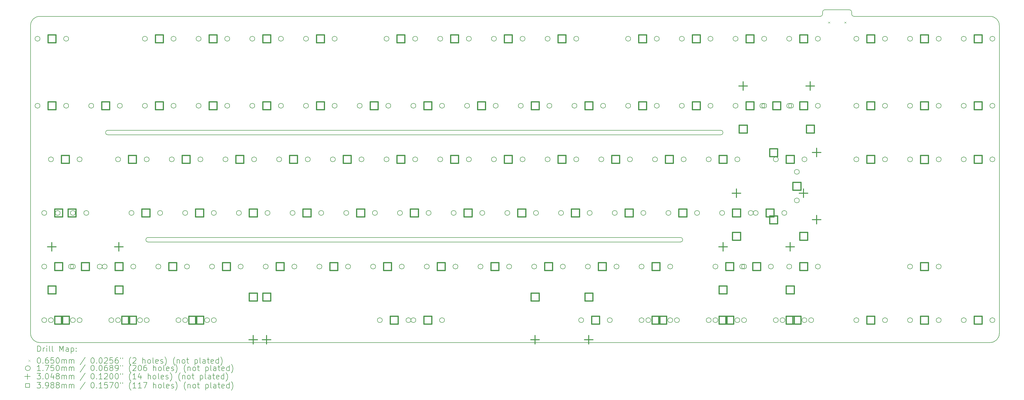
<source format=gbr>
%FSLAX45Y45*%
G04 Gerber Fmt 4.5, Leading zero omitted, Abs format (unit mm)*
G04 Created by KiCad (PCBNEW (6.0.1-0)) date 2022-01-18 02:04:34*
%MOMM*%
%LPD*%
G01*
G04 APERTURE LIST*
%TA.AperFunction,Profile*%
%ADD10C,0.200000*%
%TD*%
%ADD11C,0.200000*%
%ADD12C,0.065000*%
%ADD13C,0.175000*%
%ADD14C,0.304800*%
%ADD15C,0.398780*%
G04 APERTURE END LIST*
D10*
X46715812Y-26274250D02*
G75*
G03*
X47033312Y-25956750I0J317500D01*
G01*
X35722375Y-22702375D02*
G75*
G03*
X35722375Y-22543625I0J79375D01*
G01*
X41794563Y-14526750D02*
X41794563Y-14606125D01*
X40762688Y-14526750D02*
X40762688Y-14606125D01*
X37151125Y-18733625D02*
X15402375Y-18733625D01*
X37151125Y-18892375D02*
G75*
G03*
X37151125Y-18733625I0J79375D01*
G01*
X16831125Y-22702375D02*
X35722375Y-22702375D01*
X15402375Y-18892375D02*
X37151125Y-18892375D01*
X46715812Y-26274250D02*
X12981437Y-26274250D01*
X12663937Y-25956750D02*
X12663937Y-15003000D01*
X40842063Y-14447375D02*
G75*
G03*
X40762688Y-14526750I0J-79375D01*
G01*
X12663937Y-25956750D02*
G75*
G03*
X12981437Y-26274250I317500J0D01*
G01*
X12981437Y-14685500D02*
X40683313Y-14685500D01*
X47033312Y-15003000D02*
X47033312Y-25956750D01*
X35722375Y-22543625D02*
X16831125Y-22543625D01*
X47033312Y-15003000D02*
G75*
G03*
X46715812Y-14685500I-317500J0D01*
G01*
X41794563Y-14606125D02*
G75*
G03*
X41873938Y-14685500I79375J0D01*
G01*
X40683313Y-14685500D02*
G75*
G03*
X40762688Y-14606125I0J79375D01*
G01*
X12981437Y-14685500D02*
G75*
G03*
X12663937Y-15003000I0J-317500D01*
G01*
X41873938Y-14685500D02*
X46715812Y-14685500D01*
X16831125Y-22543625D02*
G75*
G03*
X16831125Y-22702375I0J-79375D01*
G01*
X15402375Y-18733625D02*
G75*
G03*
X15402375Y-18892375I0J-79375D01*
G01*
X41794563Y-14526750D02*
G75*
G03*
X41715188Y-14447375I-79375J0D01*
G01*
X40842063Y-14447375D02*
X41715188Y-14447375D01*
D11*
D12*
X40957125Y-14871712D02*
X41022125Y-14936712D01*
X41022125Y-14871712D02*
X40957125Y-14936712D01*
X41535125Y-14871712D02*
X41600125Y-14936712D01*
X41600125Y-14871712D02*
X41535125Y-14936712D01*
D13*
X12997500Y-15479250D02*
G75*
G03*
X12997500Y-15479250I-87500J0D01*
G01*
X12997500Y-17860500D02*
G75*
G03*
X12997500Y-17860500I-87500J0D01*
G01*
X13235625Y-21670500D02*
G75*
G03*
X13235625Y-21670500I-87500J0D01*
G01*
X13235625Y-23575500D02*
G75*
G03*
X13235625Y-23575500I-87500J0D01*
G01*
X13235625Y-25480500D02*
G75*
G03*
X13235625Y-25480500I-87500J0D01*
G01*
X13473750Y-19765500D02*
G75*
G03*
X13473750Y-19765500I-87500J0D01*
G01*
X13473750Y-25480500D02*
G75*
G03*
X13473750Y-25480500I-87500J0D01*
G01*
X13711875Y-21670500D02*
G75*
G03*
X13711875Y-21670500I-87500J0D01*
G01*
X14013500Y-15479250D02*
G75*
G03*
X14013500Y-15479250I-87500J0D01*
G01*
X14013500Y-17860500D02*
G75*
G03*
X14013500Y-17860500I-87500J0D01*
G01*
X14188125Y-23575500D02*
G75*
G03*
X14188125Y-23575500I-87500J0D01*
G01*
X14251625Y-21670500D02*
G75*
G03*
X14251625Y-21670500I-87500J0D01*
G01*
X14251625Y-23575500D02*
G75*
G03*
X14251625Y-23575500I-87500J0D01*
G01*
X14251625Y-25480500D02*
G75*
G03*
X14251625Y-25480500I-87500J0D01*
G01*
X14489750Y-19765500D02*
G75*
G03*
X14489750Y-19765500I-87500J0D01*
G01*
X14489750Y-25480500D02*
G75*
G03*
X14489750Y-25480500I-87500J0D01*
G01*
X14727875Y-21670500D02*
G75*
G03*
X14727875Y-21670500I-87500J0D01*
G01*
X14902500Y-17860500D02*
G75*
G03*
X14902500Y-17860500I-87500J0D01*
G01*
X15204125Y-23575500D02*
G75*
G03*
X15204125Y-23575500I-87500J0D01*
G01*
X15378750Y-23575500D02*
G75*
G03*
X15378750Y-23575500I-87500J0D01*
G01*
X15616875Y-25480500D02*
G75*
G03*
X15616875Y-25480500I-87500J0D01*
G01*
X15855000Y-19765500D02*
G75*
G03*
X15855000Y-19765500I-87500J0D01*
G01*
X15855000Y-25480500D02*
G75*
G03*
X15855000Y-25480500I-87500J0D01*
G01*
X15918500Y-17860500D02*
G75*
G03*
X15918500Y-17860500I-87500J0D01*
G01*
X16331250Y-21670500D02*
G75*
G03*
X16331250Y-21670500I-87500J0D01*
G01*
X16394750Y-23575500D02*
G75*
G03*
X16394750Y-23575500I-87500J0D01*
G01*
X16632875Y-25480500D02*
G75*
G03*
X16632875Y-25480500I-87500J0D01*
G01*
X16807500Y-15479250D02*
G75*
G03*
X16807500Y-15479250I-87500J0D01*
G01*
X16807500Y-17860500D02*
G75*
G03*
X16807500Y-17860500I-87500J0D01*
G01*
X16871000Y-19765500D02*
G75*
G03*
X16871000Y-19765500I-87500J0D01*
G01*
X16871000Y-25480500D02*
G75*
G03*
X16871000Y-25480500I-87500J0D01*
G01*
X17283750Y-23575500D02*
G75*
G03*
X17283750Y-23575500I-87500J0D01*
G01*
X17347250Y-21670500D02*
G75*
G03*
X17347250Y-21670500I-87500J0D01*
G01*
X17760000Y-19765500D02*
G75*
G03*
X17760000Y-19765500I-87500J0D01*
G01*
X17823500Y-15479250D02*
G75*
G03*
X17823500Y-15479250I-87500J0D01*
G01*
X17823500Y-17860500D02*
G75*
G03*
X17823500Y-17860500I-87500J0D01*
G01*
X17998125Y-25480500D02*
G75*
G03*
X17998125Y-25480500I-87500J0D01*
G01*
X18236250Y-21670500D02*
G75*
G03*
X18236250Y-21670500I-87500J0D01*
G01*
X18236250Y-25480500D02*
G75*
G03*
X18236250Y-25480500I-87500J0D01*
G01*
X18299750Y-23575500D02*
G75*
G03*
X18299750Y-23575500I-87500J0D01*
G01*
X18712500Y-15479250D02*
G75*
G03*
X18712500Y-15479250I-87500J0D01*
G01*
X18712500Y-17860500D02*
G75*
G03*
X18712500Y-17860500I-87500J0D01*
G01*
X18776000Y-19765500D02*
G75*
G03*
X18776000Y-19765500I-87500J0D01*
G01*
X19014125Y-25480500D02*
G75*
G03*
X19014125Y-25480500I-87500J0D01*
G01*
X19188750Y-23575500D02*
G75*
G03*
X19188750Y-23575500I-87500J0D01*
G01*
X19252250Y-21670500D02*
G75*
G03*
X19252250Y-21670500I-87500J0D01*
G01*
X19252250Y-25480500D02*
G75*
G03*
X19252250Y-25480500I-87500J0D01*
G01*
X19665000Y-19765500D02*
G75*
G03*
X19665000Y-19765500I-87500J0D01*
G01*
X19728500Y-15479250D02*
G75*
G03*
X19728500Y-15479250I-87500J0D01*
G01*
X19728500Y-17860500D02*
G75*
G03*
X19728500Y-17860500I-87500J0D01*
G01*
X20141250Y-21670500D02*
G75*
G03*
X20141250Y-21670500I-87500J0D01*
G01*
X20204750Y-23575500D02*
G75*
G03*
X20204750Y-23575500I-87500J0D01*
G01*
X20617500Y-15479250D02*
G75*
G03*
X20617500Y-15479250I-87500J0D01*
G01*
X20617500Y-17860500D02*
G75*
G03*
X20617500Y-17860500I-87500J0D01*
G01*
X20681000Y-19765500D02*
G75*
G03*
X20681000Y-19765500I-87500J0D01*
G01*
X21093750Y-23575500D02*
G75*
G03*
X21093750Y-23575500I-87500J0D01*
G01*
X21157250Y-21670500D02*
G75*
G03*
X21157250Y-21670500I-87500J0D01*
G01*
X21570000Y-19765500D02*
G75*
G03*
X21570000Y-19765500I-87500J0D01*
G01*
X21633500Y-15479250D02*
G75*
G03*
X21633500Y-15479250I-87500J0D01*
G01*
X21633500Y-17860500D02*
G75*
G03*
X21633500Y-17860500I-87500J0D01*
G01*
X22046250Y-21670500D02*
G75*
G03*
X22046250Y-21670500I-87500J0D01*
G01*
X22109750Y-23575500D02*
G75*
G03*
X22109750Y-23575500I-87500J0D01*
G01*
X22522500Y-15479250D02*
G75*
G03*
X22522500Y-15479250I-87500J0D01*
G01*
X22522500Y-17860500D02*
G75*
G03*
X22522500Y-17860500I-87500J0D01*
G01*
X22586000Y-19765500D02*
G75*
G03*
X22586000Y-19765500I-87500J0D01*
G01*
X22998750Y-23575500D02*
G75*
G03*
X22998750Y-23575500I-87500J0D01*
G01*
X23062250Y-21670500D02*
G75*
G03*
X23062250Y-21670500I-87500J0D01*
G01*
X23475000Y-19765500D02*
G75*
G03*
X23475000Y-19765500I-87500J0D01*
G01*
X23538500Y-15479250D02*
G75*
G03*
X23538500Y-15479250I-87500J0D01*
G01*
X23538500Y-17860500D02*
G75*
G03*
X23538500Y-17860500I-87500J0D01*
G01*
X23951250Y-21670500D02*
G75*
G03*
X23951250Y-21670500I-87500J0D01*
G01*
X24014750Y-23575500D02*
G75*
G03*
X24014750Y-23575500I-87500J0D01*
G01*
X24427500Y-17860500D02*
G75*
G03*
X24427500Y-17860500I-87500J0D01*
G01*
X24491000Y-19765500D02*
G75*
G03*
X24491000Y-19765500I-87500J0D01*
G01*
X24903750Y-23575500D02*
G75*
G03*
X24903750Y-23575500I-87500J0D01*
G01*
X24967250Y-21670500D02*
G75*
G03*
X24967250Y-21670500I-87500J0D01*
G01*
X25141875Y-25480500D02*
G75*
G03*
X25141875Y-25480500I-87500J0D01*
G01*
X25380000Y-15479250D02*
G75*
G03*
X25380000Y-15479250I-87500J0D01*
G01*
X25380000Y-19765500D02*
G75*
G03*
X25380000Y-19765500I-87500J0D01*
G01*
X25443500Y-17860500D02*
G75*
G03*
X25443500Y-17860500I-87500J0D01*
G01*
X25856250Y-21670500D02*
G75*
G03*
X25856250Y-21670500I-87500J0D01*
G01*
X25919750Y-23575500D02*
G75*
G03*
X25919750Y-23575500I-87500J0D01*
G01*
X26157875Y-25480500D02*
G75*
G03*
X26157875Y-25480500I-87500J0D01*
G01*
X26332500Y-17860500D02*
G75*
G03*
X26332500Y-17860500I-87500J0D01*
G01*
X26332500Y-25480500D02*
G75*
G03*
X26332500Y-25480500I-87500J0D01*
G01*
X26396000Y-15479250D02*
G75*
G03*
X26396000Y-15479250I-87500J0D01*
G01*
X26396000Y-19765500D02*
G75*
G03*
X26396000Y-19765500I-87500J0D01*
G01*
X26808750Y-23575500D02*
G75*
G03*
X26808750Y-23575500I-87500J0D01*
G01*
X26872250Y-21670500D02*
G75*
G03*
X26872250Y-21670500I-87500J0D01*
G01*
X27285000Y-15479250D02*
G75*
G03*
X27285000Y-15479250I-87500J0D01*
G01*
X27285000Y-19765500D02*
G75*
G03*
X27285000Y-19765500I-87500J0D01*
G01*
X27348500Y-17860500D02*
G75*
G03*
X27348500Y-17860500I-87500J0D01*
G01*
X27348500Y-25480500D02*
G75*
G03*
X27348500Y-25480500I-87500J0D01*
G01*
X27761250Y-21670500D02*
G75*
G03*
X27761250Y-21670500I-87500J0D01*
G01*
X27824750Y-23575500D02*
G75*
G03*
X27824750Y-23575500I-87500J0D01*
G01*
X28237500Y-17860500D02*
G75*
G03*
X28237500Y-17860500I-87500J0D01*
G01*
X28301000Y-15479250D02*
G75*
G03*
X28301000Y-15479250I-87500J0D01*
G01*
X28301000Y-19765500D02*
G75*
G03*
X28301000Y-19765500I-87500J0D01*
G01*
X28713750Y-23575500D02*
G75*
G03*
X28713750Y-23575500I-87500J0D01*
G01*
X28777250Y-21670500D02*
G75*
G03*
X28777250Y-21670500I-87500J0D01*
G01*
X29190000Y-15479250D02*
G75*
G03*
X29190000Y-15479250I-87500J0D01*
G01*
X29190000Y-19765500D02*
G75*
G03*
X29190000Y-19765500I-87500J0D01*
G01*
X29253500Y-17860500D02*
G75*
G03*
X29253500Y-17860500I-87500J0D01*
G01*
X29666250Y-21670500D02*
G75*
G03*
X29666250Y-21670500I-87500J0D01*
G01*
X29729750Y-23575500D02*
G75*
G03*
X29729750Y-23575500I-87500J0D01*
G01*
X30142500Y-17860500D02*
G75*
G03*
X30142500Y-17860500I-87500J0D01*
G01*
X30206000Y-15479250D02*
G75*
G03*
X30206000Y-15479250I-87500J0D01*
G01*
X30206000Y-19765500D02*
G75*
G03*
X30206000Y-19765500I-87500J0D01*
G01*
X30618750Y-23575500D02*
G75*
G03*
X30618750Y-23575500I-87500J0D01*
G01*
X30682250Y-21670500D02*
G75*
G03*
X30682250Y-21670500I-87500J0D01*
G01*
X31095000Y-15479250D02*
G75*
G03*
X31095000Y-15479250I-87500J0D01*
G01*
X31095000Y-19765500D02*
G75*
G03*
X31095000Y-19765500I-87500J0D01*
G01*
X31158500Y-17860500D02*
G75*
G03*
X31158500Y-17860500I-87500J0D01*
G01*
X31571250Y-21670500D02*
G75*
G03*
X31571250Y-21670500I-87500J0D01*
G01*
X31634750Y-23575500D02*
G75*
G03*
X31634750Y-23575500I-87500J0D01*
G01*
X32047500Y-17860500D02*
G75*
G03*
X32047500Y-17860500I-87500J0D01*
G01*
X32111000Y-15479250D02*
G75*
G03*
X32111000Y-15479250I-87500J0D01*
G01*
X32111000Y-19765500D02*
G75*
G03*
X32111000Y-19765500I-87500J0D01*
G01*
X32285625Y-25480500D02*
G75*
G03*
X32285625Y-25480500I-87500J0D01*
G01*
X32523750Y-23575500D02*
G75*
G03*
X32523750Y-23575500I-87500J0D01*
G01*
X32587250Y-21670500D02*
G75*
G03*
X32587250Y-21670500I-87500J0D01*
G01*
X33000000Y-19765500D02*
G75*
G03*
X33000000Y-19765500I-87500J0D01*
G01*
X33063500Y-17860500D02*
G75*
G03*
X33063500Y-17860500I-87500J0D01*
G01*
X33301625Y-25480500D02*
G75*
G03*
X33301625Y-25480500I-87500J0D01*
G01*
X33476250Y-21670500D02*
G75*
G03*
X33476250Y-21670500I-87500J0D01*
G01*
X33539750Y-23575500D02*
G75*
G03*
X33539750Y-23575500I-87500J0D01*
G01*
X33952500Y-15479250D02*
G75*
G03*
X33952500Y-15479250I-87500J0D01*
G01*
X33952500Y-17860500D02*
G75*
G03*
X33952500Y-17860500I-87500J0D01*
G01*
X34016000Y-19765500D02*
G75*
G03*
X34016000Y-19765500I-87500J0D01*
G01*
X34428750Y-23575500D02*
G75*
G03*
X34428750Y-23575500I-87500J0D01*
G01*
X34428750Y-25480500D02*
G75*
G03*
X34428750Y-25480500I-87500J0D01*
G01*
X34492250Y-21670500D02*
G75*
G03*
X34492250Y-21670500I-87500J0D01*
G01*
X34666875Y-25480500D02*
G75*
G03*
X34666875Y-25480500I-87500J0D01*
G01*
X34905000Y-19765500D02*
G75*
G03*
X34905000Y-19765500I-87500J0D01*
G01*
X34968500Y-15479250D02*
G75*
G03*
X34968500Y-15479250I-87500J0D01*
G01*
X34968500Y-17860500D02*
G75*
G03*
X34968500Y-17860500I-87500J0D01*
G01*
X35381250Y-21670500D02*
G75*
G03*
X35381250Y-21670500I-87500J0D01*
G01*
X35444750Y-23575500D02*
G75*
G03*
X35444750Y-23575500I-87500J0D01*
G01*
X35444750Y-25480500D02*
G75*
G03*
X35444750Y-25480500I-87500J0D01*
G01*
X35682875Y-25480500D02*
G75*
G03*
X35682875Y-25480500I-87500J0D01*
G01*
X35857500Y-15479250D02*
G75*
G03*
X35857500Y-15479250I-87500J0D01*
G01*
X35857500Y-17860500D02*
G75*
G03*
X35857500Y-17860500I-87500J0D01*
G01*
X35921000Y-19765500D02*
G75*
G03*
X35921000Y-19765500I-87500J0D01*
G01*
X36397250Y-21670500D02*
G75*
G03*
X36397250Y-21670500I-87500J0D01*
G01*
X36810000Y-19765500D02*
G75*
G03*
X36810000Y-19765500I-87500J0D01*
G01*
X36810000Y-25480500D02*
G75*
G03*
X36810000Y-25480500I-87500J0D01*
G01*
X36873500Y-15479250D02*
G75*
G03*
X36873500Y-15479250I-87500J0D01*
G01*
X36873500Y-17860500D02*
G75*
G03*
X36873500Y-17860500I-87500J0D01*
G01*
X37048125Y-23575500D02*
G75*
G03*
X37048125Y-23575500I-87500J0D01*
G01*
X37048125Y-25480500D02*
G75*
G03*
X37048125Y-25480500I-87500J0D01*
G01*
X37286250Y-21670500D02*
G75*
G03*
X37286250Y-21670500I-87500J0D01*
G01*
X37762500Y-15479250D02*
G75*
G03*
X37762500Y-15479250I-87500J0D01*
G01*
X37762500Y-17860500D02*
G75*
G03*
X37762500Y-17860500I-87500J0D01*
G01*
X37826000Y-19765500D02*
G75*
G03*
X37826000Y-19765500I-87500J0D01*
G01*
X37826000Y-25480500D02*
G75*
G03*
X37826000Y-25480500I-87500J0D01*
G01*
X38000625Y-23575500D02*
G75*
G03*
X38000625Y-23575500I-87500J0D01*
G01*
X38064125Y-23575500D02*
G75*
G03*
X38064125Y-23575500I-87500J0D01*
G01*
X38064125Y-25480500D02*
G75*
G03*
X38064125Y-25480500I-87500J0D01*
G01*
X38302250Y-21670500D02*
G75*
G03*
X38302250Y-21670500I-87500J0D01*
G01*
X38476875Y-21670500D02*
G75*
G03*
X38476875Y-21670500I-87500J0D01*
G01*
X38715000Y-17860500D02*
G75*
G03*
X38715000Y-17860500I-87500J0D01*
G01*
X38778500Y-15479250D02*
G75*
G03*
X38778500Y-15479250I-87500J0D01*
G01*
X38778500Y-17860500D02*
G75*
G03*
X38778500Y-17860500I-87500J0D01*
G01*
X39016625Y-23575500D02*
G75*
G03*
X39016625Y-23575500I-87500J0D01*
G01*
X39191250Y-19765500D02*
G75*
G03*
X39191250Y-19765500I-87500J0D01*
G01*
X39191250Y-25480500D02*
G75*
G03*
X39191250Y-25480500I-87500J0D01*
G01*
X39429375Y-25480500D02*
G75*
G03*
X39429375Y-25480500I-87500J0D01*
G01*
X39492875Y-21670500D02*
G75*
G03*
X39492875Y-21670500I-87500J0D01*
G01*
X39667500Y-15479250D02*
G75*
G03*
X39667500Y-15479250I-87500J0D01*
G01*
X39667500Y-17860500D02*
G75*
G03*
X39667500Y-17860500I-87500J0D01*
G01*
X39667500Y-23575500D02*
G75*
G03*
X39667500Y-23575500I-87500J0D01*
G01*
X39731000Y-17860500D02*
G75*
G03*
X39731000Y-17860500I-87500J0D01*
G01*
X39937375Y-20210000D02*
G75*
G03*
X39937375Y-20210000I-87500J0D01*
G01*
X39937375Y-21226000D02*
G75*
G03*
X39937375Y-21226000I-87500J0D01*
G01*
X40207250Y-19765500D02*
G75*
G03*
X40207250Y-19765500I-87500J0D01*
G01*
X40207250Y-25480500D02*
G75*
G03*
X40207250Y-25480500I-87500J0D01*
G01*
X40445375Y-25480500D02*
G75*
G03*
X40445375Y-25480500I-87500J0D01*
G01*
X40683500Y-15479250D02*
G75*
G03*
X40683500Y-15479250I-87500J0D01*
G01*
X40683500Y-17860500D02*
G75*
G03*
X40683500Y-17860500I-87500J0D01*
G01*
X40683500Y-23575500D02*
G75*
G03*
X40683500Y-23575500I-87500J0D01*
G01*
X42048750Y-15479250D02*
G75*
G03*
X42048750Y-15479250I-87500J0D01*
G01*
X42048750Y-17860500D02*
G75*
G03*
X42048750Y-17860500I-87500J0D01*
G01*
X42048750Y-19765500D02*
G75*
G03*
X42048750Y-19765500I-87500J0D01*
G01*
X42048750Y-25480500D02*
G75*
G03*
X42048750Y-25480500I-87500J0D01*
G01*
X43064750Y-15479250D02*
G75*
G03*
X43064750Y-15479250I-87500J0D01*
G01*
X43064750Y-17860500D02*
G75*
G03*
X43064750Y-17860500I-87500J0D01*
G01*
X43064750Y-19765500D02*
G75*
G03*
X43064750Y-19765500I-87500J0D01*
G01*
X43064750Y-25480500D02*
G75*
G03*
X43064750Y-25480500I-87500J0D01*
G01*
X43953750Y-15479250D02*
G75*
G03*
X43953750Y-15479250I-87500J0D01*
G01*
X43953750Y-17860500D02*
G75*
G03*
X43953750Y-17860500I-87500J0D01*
G01*
X43953750Y-23575500D02*
G75*
G03*
X43953750Y-23575500I-87500J0D01*
G01*
X43953750Y-25480500D02*
G75*
G03*
X43953750Y-25480500I-87500J0D01*
G01*
X43954500Y-19767000D02*
G75*
G03*
X43954500Y-19767000I-87500J0D01*
G01*
X44969750Y-15479250D02*
G75*
G03*
X44969750Y-15479250I-87500J0D01*
G01*
X44969750Y-17860500D02*
G75*
G03*
X44969750Y-17860500I-87500J0D01*
G01*
X44969750Y-23575500D02*
G75*
G03*
X44969750Y-23575500I-87500J0D01*
G01*
X44969750Y-25480500D02*
G75*
G03*
X44969750Y-25480500I-87500J0D01*
G01*
X44970500Y-19767000D02*
G75*
G03*
X44970500Y-19767000I-87500J0D01*
G01*
X45858750Y-15479250D02*
G75*
G03*
X45858750Y-15479250I-87500J0D01*
G01*
X45858750Y-17860500D02*
G75*
G03*
X45858750Y-17860500I-87500J0D01*
G01*
X45858750Y-19765500D02*
G75*
G03*
X45858750Y-19765500I-87500J0D01*
G01*
X45858750Y-25480500D02*
G75*
G03*
X45858750Y-25480500I-87500J0D01*
G01*
X46874750Y-15479250D02*
G75*
G03*
X46874750Y-15479250I-87500J0D01*
G01*
X46874750Y-17860500D02*
G75*
G03*
X46874750Y-17860500I-87500J0D01*
G01*
X46874750Y-19765500D02*
G75*
G03*
X46874750Y-19765500I-87500J0D01*
G01*
X46874750Y-25480500D02*
G75*
G03*
X46874750Y-25480500I-87500J0D01*
G01*
D14*
X13418000Y-22724600D02*
X13418000Y-23029400D01*
X13265600Y-22877000D02*
X13570400Y-22877000D01*
X15799250Y-22724600D02*
X15799250Y-23029400D01*
X15646850Y-22877000D02*
X15951650Y-22877000D01*
X20562385Y-26026600D02*
X20562385Y-26331400D01*
X20409985Y-26179000D02*
X20714785Y-26179000D01*
X21038000Y-26026600D02*
X21038000Y-26331400D01*
X20885600Y-26179000D02*
X21190400Y-26179000D01*
X30562365Y-26026600D02*
X30562365Y-26331400D01*
X30409965Y-26179000D02*
X30714765Y-26179000D01*
X32468000Y-26026600D02*
X32468000Y-26331400D01*
X32315600Y-26179000D02*
X32620400Y-26179000D01*
X37230500Y-22724600D02*
X37230500Y-23029400D01*
X37078100Y-22877000D02*
X37382900Y-22877000D01*
X37706750Y-20819600D02*
X37706750Y-21124400D01*
X37554350Y-20972000D02*
X37859150Y-20972000D01*
X37944875Y-17009600D02*
X37944875Y-17314400D01*
X37792475Y-17162000D02*
X38097275Y-17162000D01*
X39611750Y-22724600D02*
X39611750Y-23029400D01*
X39459350Y-22877000D02*
X39764150Y-22877000D01*
X40088000Y-20819600D02*
X40088000Y-21124400D01*
X39935600Y-20972000D02*
X40240400Y-20972000D01*
X40326125Y-17009600D02*
X40326125Y-17314400D01*
X40173725Y-17162000D02*
X40478525Y-17162000D01*
X40548375Y-19371800D02*
X40548375Y-19676600D01*
X40395975Y-19524200D02*
X40700775Y-19524200D01*
X40548375Y-21759400D02*
X40548375Y-22064200D01*
X40395975Y-21911800D02*
X40700775Y-21911800D01*
D15*
X13558991Y-15620241D02*
X13558991Y-15338259D01*
X13277009Y-15338259D01*
X13277009Y-15620241D01*
X13558991Y-15620241D01*
X13558991Y-18001491D02*
X13558991Y-17719509D01*
X13277009Y-17719509D01*
X13277009Y-18001491D01*
X13558991Y-18001491D01*
X13558991Y-24541991D02*
X13558991Y-24260009D01*
X13277009Y-24260009D01*
X13277009Y-24541991D01*
X13558991Y-24541991D01*
X13797116Y-21811491D02*
X13797116Y-21529509D01*
X13515134Y-21529509D01*
X13515134Y-21811491D01*
X13797116Y-21811491D01*
X13797116Y-23716491D02*
X13797116Y-23434509D01*
X13515134Y-23434509D01*
X13515134Y-23716491D01*
X13797116Y-23716491D01*
X13797116Y-25621491D02*
X13797116Y-25339509D01*
X13515134Y-25339509D01*
X13515134Y-25621491D01*
X13797116Y-25621491D01*
X14035241Y-19906491D02*
X14035241Y-19624509D01*
X13753259Y-19624509D01*
X13753259Y-19906491D01*
X14035241Y-19906491D01*
X14035241Y-25621491D02*
X14035241Y-25339509D01*
X13753259Y-25339509D01*
X13753259Y-25621491D01*
X14035241Y-25621491D01*
X14273366Y-21811491D02*
X14273366Y-21529509D01*
X13991384Y-21529509D01*
X13991384Y-21811491D01*
X14273366Y-21811491D01*
X14749616Y-23716491D02*
X14749616Y-23434509D01*
X14467634Y-23434509D01*
X14467634Y-23716491D01*
X14749616Y-23716491D01*
X15463991Y-18001491D02*
X15463991Y-17719509D01*
X15182009Y-17719509D01*
X15182009Y-18001491D01*
X15463991Y-18001491D01*
X15940241Y-23716491D02*
X15940241Y-23434509D01*
X15658259Y-23434509D01*
X15658259Y-23716491D01*
X15940241Y-23716491D01*
X15940241Y-24541991D02*
X15940241Y-24260009D01*
X15658259Y-24260009D01*
X15658259Y-24541991D01*
X15940241Y-24541991D01*
X16178366Y-25621491D02*
X16178366Y-25339509D01*
X15896384Y-25339509D01*
X15896384Y-25621491D01*
X16178366Y-25621491D01*
X16416491Y-19906491D02*
X16416491Y-19624509D01*
X16134509Y-19624509D01*
X16134509Y-19906491D01*
X16416491Y-19906491D01*
X16416491Y-25621491D02*
X16416491Y-25339509D01*
X16134509Y-25339509D01*
X16134509Y-25621491D01*
X16416491Y-25621491D01*
X16892741Y-21811491D02*
X16892741Y-21529509D01*
X16610759Y-21529509D01*
X16610759Y-21811491D01*
X16892741Y-21811491D01*
X17368991Y-15620241D02*
X17368991Y-15338259D01*
X17087009Y-15338259D01*
X17087009Y-15620241D01*
X17368991Y-15620241D01*
X17368991Y-18001491D02*
X17368991Y-17719509D01*
X17087009Y-17719509D01*
X17087009Y-18001491D01*
X17368991Y-18001491D01*
X17845241Y-23716491D02*
X17845241Y-23434509D01*
X17563259Y-23434509D01*
X17563259Y-23716491D01*
X17845241Y-23716491D01*
X18321491Y-19906491D02*
X18321491Y-19624509D01*
X18039509Y-19624509D01*
X18039509Y-19906491D01*
X18321491Y-19906491D01*
X18559616Y-25621491D02*
X18559616Y-25339509D01*
X18277634Y-25339509D01*
X18277634Y-25621491D01*
X18559616Y-25621491D01*
X18797741Y-21811491D02*
X18797741Y-21529509D01*
X18515759Y-21529509D01*
X18515759Y-21811491D01*
X18797741Y-21811491D01*
X18797741Y-25621491D02*
X18797741Y-25339509D01*
X18515759Y-25339509D01*
X18515759Y-25621491D01*
X18797741Y-25621491D01*
X19273991Y-15620241D02*
X19273991Y-15338259D01*
X18992009Y-15338259D01*
X18992009Y-15620241D01*
X19273991Y-15620241D01*
X19273991Y-18001491D02*
X19273991Y-17719509D01*
X18992009Y-17719509D01*
X18992009Y-18001491D01*
X19273991Y-18001491D01*
X19750241Y-23716491D02*
X19750241Y-23434509D01*
X19468259Y-23434509D01*
X19468259Y-23716491D01*
X19750241Y-23716491D01*
X20226491Y-19906491D02*
X20226491Y-19624509D01*
X19944509Y-19624509D01*
X19944509Y-19906491D01*
X20226491Y-19906491D01*
X20702741Y-21811491D02*
X20702741Y-21529509D01*
X20420759Y-21529509D01*
X20420759Y-21811491D01*
X20702741Y-21811491D01*
X20703376Y-24795991D02*
X20703376Y-24514009D01*
X20421394Y-24514009D01*
X20421394Y-24795991D01*
X20703376Y-24795991D01*
X21178991Y-15620241D02*
X21178991Y-15338259D01*
X20897009Y-15338259D01*
X20897009Y-15620241D01*
X21178991Y-15620241D01*
X21178991Y-18001491D02*
X21178991Y-17719509D01*
X20897009Y-17719509D01*
X20897009Y-18001491D01*
X21178991Y-18001491D01*
X21178991Y-24795991D02*
X21178991Y-24514009D01*
X20897009Y-24514009D01*
X20897009Y-24795991D01*
X21178991Y-24795991D01*
X21655241Y-23716491D02*
X21655241Y-23434509D01*
X21373259Y-23434509D01*
X21373259Y-23716491D01*
X21655241Y-23716491D01*
X22131491Y-19906491D02*
X22131491Y-19624509D01*
X21849509Y-19624509D01*
X21849509Y-19906491D01*
X22131491Y-19906491D01*
X22607741Y-21811491D02*
X22607741Y-21529509D01*
X22325759Y-21529509D01*
X22325759Y-21811491D01*
X22607741Y-21811491D01*
X23083991Y-15620241D02*
X23083991Y-15338259D01*
X22802009Y-15338259D01*
X22802009Y-15620241D01*
X23083991Y-15620241D01*
X23083991Y-18001491D02*
X23083991Y-17719509D01*
X22802009Y-17719509D01*
X22802009Y-18001491D01*
X23083991Y-18001491D01*
X23560241Y-23716491D02*
X23560241Y-23434509D01*
X23278259Y-23434509D01*
X23278259Y-23716491D01*
X23560241Y-23716491D01*
X24036491Y-19906491D02*
X24036491Y-19624509D01*
X23754509Y-19624509D01*
X23754509Y-19906491D01*
X24036491Y-19906491D01*
X24512741Y-21811491D02*
X24512741Y-21529509D01*
X24230759Y-21529509D01*
X24230759Y-21811491D01*
X24512741Y-21811491D01*
X24988991Y-18001491D02*
X24988991Y-17719509D01*
X24707009Y-17719509D01*
X24707009Y-18001491D01*
X24988991Y-18001491D01*
X25465241Y-23716491D02*
X25465241Y-23434509D01*
X25183259Y-23434509D01*
X25183259Y-23716491D01*
X25465241Y-23716491D01*
X25703366Y-25621491D02*
X25703366Y-25339509D01*
X25421384Y-25339509D01*
X25421384Y-25621491D01*
X25703366Y-25621491D01*
X25941491Y-15620241D02*
X25941491Y-15338259D01*
X25659509Y-15338259D01*
X25659509Y-15620241D01*
X25941491Y-15620241D01*
X25941491Y-19906491D02*
X25941491Y-19624509D01*
X25659509Y-19624509D01*
X25659509Y-19906491D01*
X25941491Y-19906491D01*
X26417741Y-21811491D02*
X26417741Y-21529509D01*
X26135759Y-21529509D01*
X26135759Y-21811491D01*
X26417741Y-21811491D01*
X26893991Y-18001491D02*
X26893991Y-17719509D01*
X26612009Y-17719509D01*
X26612009Y-18001491D01*
X26893991Y-18001491D01*
X26893991Y-25621491D02*
X26893991Y-25339509D01*
X26612009Y-25339509D01*
X26612009Y-25621491D01*
X26893991Y-25621491D01*
X27370241Y-23716491D02*
X27370241Y-23434509D01*
X27088259Y-23434509D01*
X27088259Y-23716491D01*
X27370241Y-23716491D01*
X27846491Y-15620241D02*
X27846491Y-15338259D01*
X27564509Y-15338259D01*
X27564509Y-15620241D01*
X27846491Y-15620241D01*
X27846491Y-19906491D02*
X27846491Y-19624509D01*
X27564509Y-19624509D01*
X27564509Y-19906491D01*
X27846491Y-19906491D01*
X28322741Y-21811491D02*
X28322741Y-21529509D01*
X28040759Y-21529509D01*
X28040759Y-21811491D01*
X28322741Y-21811491D01*
X28798991Y-18001491D02*
X28798991Y-17719509D01*
X28517009Y-17719509D01*
X28517009Y-18001491D01*
X28798991Y-18001491D01*
X29275241Y-23716491D02*
X29275241Y-23434509D01*
X28993259Y-23434509D01*
X28993259Y-23716491D01*
X29275241Y-23716491D01*
X29751491Y-15620241D02*
X29751491Y-15338259D01*
X29469509Y-15338259D01*
X29469509Y-15620241D01*
X29751491Y-15620241D01*
X29751491Y-19906491D02*
X29751491Y-19624509D01*
X29469509Y-19624509D01*
X29469509Y-19906491D01*
X29751491Y-19906491D01*
X30227741Y-21811491D02*
X30227741Y-21529509D01*
X29945759Y-21529509D01*
X29945759Y-21811491D01*
X30227741Y-21811491D01*
X30703356Y-24795991D02*
X30703356Y-24514009D01*
X30421374Y-24514009D01*
X30421374Y-24795991D01*
X30703356Y-24795991D01*
X30703991Y-18001491D02*
X30703991Y-17719509D01*
X30422009Y-17719509D01*
X30422009Y-18001491D01*
X30703991Y-18001491D01*
X31180241Y-23716491D02*
X31180241Y-23434509D01*
X30898259Y-23434509D01*
X30898259Y-23716491D01*
X31180241Y-23716491D01*
X31656491Y-15620241D02*
X31656491Y-15338259D01*
X31374509Y-15338259D01*
X31374509Y-15620241D01*
X31656491Y-15620241D01*
X31656491Y-19906491D02*
X31656491Y-19624509D01*
X31374509Y-19624509D01*
X31374509Y-19906491D01*
X31656491Y-19906491D01*
X32132741Y-21811491D02*
X32132741Y-21529509D01*
X31850759Y-21529509D01*
X31850759Y-21811491D01*
X32132741Y-21811491D01*
X32608991Y-18001491D02*
X32608991Y-17719509D01*
X32327009Y-17719509D01*
X32327009Y-18001491D01*
X32608991Y-18001491D01*
X32608991Y-24795991D02*
X32608991Y-24514009D01*
X32327009Y-24514009D01*
X32327009Y-24795991D01*
X32608991Y-24795991D01*
X32847116Y-25621491D02*
X32847116Y-25339509D01*
X32565134Y-25339509D01*
X32565134Y-25621491D01*
X32847116Y-25621491D01*
X33085241Y-23716491D02*
X33085241Y-23434509D01*
X32803259Y-23434509D01*
X32803259Y-23716491D01*
X33085241Y-23716491D01*
X33561491Y-19906491D02*
X33561491Y-19624509D01*
X33279509Y-19624509D01*
X33279509Y-19906491D01*
X33561491Y-19906491D01*
X34037741Y-21811491D02*
X34037741Y-21529509D01*
X33755759Y-21529509D01*
X33755759Y-21811491D01*
X34037741Y-21811491D01*
X34513991Y-15620241D02*
X34513991Y-15338259D01*
X34232009Y-15338259D01*
X34232009Y-15620241D01*
X34513991Y-15620241D01*
X34513991Y-18001491D02*
X34513991Y-17719509D01*
X34232009Y-17719509D01*
X34232009Y-18001491D01*
X34513991Y-18001491D01*
X34990241Y-23716491D02*
X34990241Y-23434509D01*
X34708259Y-23434509D01*
X34708259Y-23716491D01*
X34990241Y-23716491D01*
X34990241Y-25621491D02*
X34990241Y-25339509D01*
X34708259Y-25339509D01*
X34708259Y-25621491D01*
X34990241Y-25621491D01*
X35228366Y-25621491D02*
X35228366Y-25339509D01*
X34946384Y-25339509D01*
X34946384Y-25621491D01*
X35228366Y-25621491D01*
X35466491Y-19906491D02*
X35466491Y-19624509D01*
X35184509Y-19624509D01*
X35184509Y-19906491D01*
X35466491Y-19906491D01*
X35942741Y-21811491D02*
X35942741Y-21529509D01*
X35660759Y-21529509D01*
X35660759Y-21811491D01*
X35942741Y-21811491D01*
X36418991Y-15620241D02*
X36418991Y-15338259D01*
X36137009Y-15338259D01*
X36137009Y-15620241D01*
X36418991Y-15620241D01*
X36418991Y-18001491D02*
X36418991Y-17719509D01*
X36137009Y-17719509D01*
X36137009Y-18001491D01*
X36418991Y-18001491D01*
X37371491Y-19906491D02*
X37371491Y-19624509D01*
X37089509Y-19624509D01*
X37089509Y-19906491D01*
X37371491Y-19906491D01*
X37371491Y-24541991D02*
X37371491Y-24260009D01*
X37089509Y-24260009D01*
X37089509Y-24541991D01*
X37371491Y-24541991D01*
X37371491Y-25621491D02*
X37371491Y-25339509D01*
X37089509Y-25339509D01*
X37089509Y-25621491D01*
X37371491Y-25621491D01*
X37609616Y-23716491D02*
X37609616Y-23434509D01*
X37327634Y-23434509D01*
X37327634Y-23716491D01*
X37609616Y-23716491D01*
X37609616Y-25621491D02*
X37609616Y-25339509D01*
X37327634Y-25339509D01*
X37327634Y-25621491D01*
X37609616Y-25621491D01*
X37847741Y-21811491D02*
X37847741Y-21529509D01*
X37565759Y-21529509D01*
X37565759Y-21811491D01*
X37847741Y-21811491D01*
X37847741Y-22636991D02*
X37847741Y-22355009D01*
X37565759Y-22355009D01*
X37565759Y-22636991D01*
X37847741Y-22636991D01*
X38085866Y-18826991D02*
X38085866Y-18545009D01*
X37803884Y-18545009D01*
X37803884Y-18826991D01*
X38085866Y-18826991D01*
X38323991Y-15620241D02*
X38323991Y-15338259D01*
X38042009Y-15338259D01*
X38042009Y-15620241D01*
X38323991Y-15620241D01*
X38323991Y-18001491D02*
X38323991Y-17719509D01*
X38042009Y-17719509D01*
X38042009Y-18001491D01*
X38323991Y-18001491D01*
X38562116Y-23716491D02*
X38562116Y-23434509D01*
X38280134Y-23434509D01*
X38280134Y-23716491D01*
X38562116Y-23716491D01*
X39038366Y-21811491D02*
X39038366Y-21529509D01*
X38756384Y-21529509D01*
X38756384Y-21811491D01*
X39038366Y-21811491D01*
X39165366Y-19665191D02*
X39165366Y-19383209D01*
X38883384Y-19383209D01*
X38883384Y-19665191D01*
X39165366Y-19665191D01*
X39165366Y-22052791D02*
X39165366Y-21770809D01*
X38883384Y-21770809D01*
X38883384Y-22052791D01*
X39165366Y-22052791D01*
X39276491Y-18001491D02*
X39276491Y-17719509D01*
X38994509Y-17719509D01*
X38994509Y-18001491D01*
X39276491Y-18001491D01*
X39752741Y-19906491D02*
X39752741Y-19624509D01*
X39470759Y-19624509D01*
X39470759Y-19906491D01*
X39752741Y-19906491D01*
X39752741Y-24541991D02*
X39752741Y-24260009D01*
X39470759Y-24260009D01*
X39470759Y-24541991D01*
X39752741Y-24541991D01*
X39752741Y-25621491D02*
X39752741Y-25339509D01*
X39470759Y-25339509D01*
X39470759Y-25621491D01*
X39752741Y-25621491D01*
X39990866Y-20858991D02*
X39990866Y-20577009D01*
X39708884Y-20577009D01*
X39708884Y-20858991D01*
X39990866Y-20858991D01*
X39990866Y-25621491D02*
X39990866Y-25339509D01*
X39708884Y-25339509D01*
X39708884Y-25621491D01*
X39990866Y-25621491D01*
X40228991Y-15620241D02*
X40228991Y-15338259D01*
X39947009Y-15338259D01*
X39947009Y-15620241D01*
X40228991Y-15620241D01*
X40228991Y-18001491D02*
X40228991Y-17719509D01*
X39947009Y-17719509D01*
X39947009Y-18001491D01*
X40228991Y-18001491D01*
X40228991Y-22636991D02*
X40228991Y-22355009D01*
X39947009Y-22355009D01*
X39947009Y-22636991D01*
X40228991Y-22636991D01*
X40228991Y-23716491D02*
X40228991Y-23434509D01*
X39947009Y-23434509D01*
X39947009Y-23716491D01*
X40228991Y-23716491D01*
X40467116Y-18826991D02*
X40467116Y-18545009D01*
X40185134Y-18545009D01*
X40185134Y-18826991D01*
X40467116Y-18826991D01*
X42610241Y-15620241D02*
X42610241Y-15338259D01*
X42328259Y-15338259D01*
X42328259Y-15620241D01*
X42610241Y-15620241D01*
X42610241Y-18001491D02*
X42610241Y-17719509D01*
X42328259Y-17719509D01*
X42328259Y-18001491D01*
X42610241Y-18001491D01*
X42610241Y-19906491D02*
X42610241Y-19624509D01*
X42328259Y-19624509D01*
X42328259Y-19906491D01*
X42610241Y-19906491D01*
X42610241Y-25621491D02*
X42610241Y-25339509D01*
X42328259Y-25339509D01*
X42328259Y-25621491D01*
X42610241Y-25621491D01*
X44515241Y-15620241D02*
X44515241Y-15338259D01*
X44233259Y-15338259D01*
X44233259Y-15620241D01*
X44515241Y-15620241D01*
X44515241Y-18001491D02*
X44515241Y-17719509D01*
X44233259Y-17719509D01*
X44233259Y-18001491D01*
X44515241Y-18001491D01*
X44515241Y-23716491D02*
X44515241Y-23434509D01*
X44233259Y-23434509D01*
X44233259Y-23716491D01*
X44515241Y-23716491D01*
X44515241Y-25621491D02*
X44515241Y-25339509D01*
X44233259Y-25339509D01*
X44233259Y-25621491D01*
X44515241Y-25621491D01*
X44515991Y-19907991D02*
X44515991Y-19626009D01*
X44234009Y-19626009D01*
X44234009Y-19907991D01*
X44515991Y-19907991D01*
X46420241Y-15620241D02*
X46420241Y-15338259D01*
X46138259Y-15338259D01*
X46138259Y-15620241D01*
X46420241Y-15620241D01*
X46420241Y-18001491D02*
X46420241Y-17719509D01*
X46138259Y-17719509D01*
X46138259Y-18001491D01*
X46420241Y-18001491D01*
X46420241Y-19906491D02*
X46420241Y-19624509D01*
X46138259Y-19624509D01*
X46138259Y-19906491D01*
X46420241Y-19906491D01*
X46420241Y-25621491D02*
X46420241Y-25339509D01*
X46138259Y-25339509D01*
X46138259Y-25621491D01*
X46420241Y-25621491D01*
D11*
X12911556Y-26594726D02*
X12911556Y-26394726D01*
X12959175Y-26394726D01*
X12987747Y-26404250D01*
X13006795Y-26423298D01*
X13016318Y-26442345D01*
X13025842Y-26480440D01*
X13025842Y-26509012D01*
X13016318Y-26547107D01*
X13006795Y-26566155D01*
X12987747Y-26585202D01*
X12959175Y-26594726D01*
X12911556Y-26594726D01*
X13111556Y-26594726D02*
X13111556Y-26461393D01*
X13111556Y-26499488D02*
X13121080Y-26480440D01*
X13130604Y-26470917D01*
X13149652Y-26461393D01*
X13168699Y-26461393D01*
X13235366Y-26594726D02*
X13235366Y-26461393D01*
X13235366Y-26394726D02*
X13225842Y-26404250D01*
X13235366Y-26413774D01*
X13244890Y-26404250D01*
X13235366Y-26394726D01*
X13235366Y-26413774D01*
X13359175Y-26594726D02*
X13340128Y-26585202D01*
X13330604Y-26566155D01*
X13330604Y-26394726D01*
X13463937Y-26594726D02*
X13444890Y-26585202D01*
X13435366Y-26566155D01*
X13435366Y-26394726D01*
X13692509Y-26594726D02*
X13692509Y-26394726D01*
X13759175Y-26537583D01*
X13825842Y-26394726D01*
X13825842Y-26594726D01*
X14006795Y-26594726D02*
X14006795Y-26489964D01*
X13997271Y-26470917D01*
X13978223Y-26461393D01*
X13940128Y-26461393D01*
X13921080Y-26470917D01*
X14006795Y-26585202D02*
X13987747Y-26594726D01*
X13940128Y-26594726D01*
X13921080Y-26585202D01*
X13911556Y-26566155D01*
X13911556Y-26547107D01*
X13921080Y-26528059D01*
X13940128Y-26518536D01*
X13987747Y-26518536D01*
X14006795Y-26509012D01*
X14102033Y-26461393D02*
X14102033Y-26661393D01*
X14102033Y-26470917D02*
X14121080Y-26461393D01*
X14159175Y-26461393D01*
X14178223Y-26470917D01*
X14187747Y-26480440D01*
X14197271Y-26499488D01*
X14197271Y-26556631D01*
X14187747Y-26575678D01*
X14178223Y-26585202D01*
X14159175Y-26594726D01*
X14121080Y-26594726D01*
X14102033Y-26585202D01*
X14282985Y-26575678D02*
X14292509Y-26585202D01*
X14282985Y-26594726D01*
X14273461Y-26585202D01*
X14282985Y-26575678D01*
X14282985Y-26594726D01*
X14282985Y-26470917D02*
X14292509Y-26480440D01*
X14282985Y-26489964D01*
X14273461Y-26480440D01*
X14282985Y-26470917D01*
X14282985Y-26489964D01*
D12*
X12588937Y-26891750D02*
X12653937Y-26956750D01*
X12653937Y-26891750D02*
X12588937Y-26956750D01*
D11*
X12949652Y-26814726D02*
X12968699Y-26814726D01*
X12987747Y-26824250D01*
X12997271Y-26833774D01*
X13006795Y-26852821D01*
X13016318Y-26890917D01*
X13016318Y-26938536D01*
X13006795Y-26976631D01*
X12997271Y-26995678D01*
X12987747Y-27005202D01*
X12968699Y-27014726D01*
X12949652Y-27014726D01*
X12930604Y-27005202D01*
X12921080Y-26995678D01*
X12911556Y-26976631D01*
X12902033Y-26938536D01*
X12902033Y-26890917D01*
X12911556Y-26852821D01*
X12921080Y-26833774D01*
X12930604Y-26824250D01*
X12949652Y-26814726D01*
X13102033Y-26995678D02*
X13111556Y-27005202D01*
X13102033Y-27014726D01*
X13092509Y-27005202D01*
X13102033Y-26995678D01*
X13102033Y-27014726D01*
X13282985Y-26814726D02*
X13244890Y-26814726D01*
X13225842Y-26824250D01*
X13216318Y-26833774D01*
X13197271Y-26862345D01*
X13187747Y-26900440D01*
X13187747Y-26976631D01*
X13197271Y-26995678D01*
X13206795Y-27005202D01*
X13225842Y-27014726D01*
X13263937Y-27014726D01*
X13282985Y-27005202D01*
X13292509Y-26995678D01*
X13302033Y-26976631D01*
X13302033Y-26929012D01*
X13292509Y-26909964D01*
X13282985Y-26900440D01*
X13263937Y-26890917D01*
X13225842Y-26890917D01*
X13206795Y-26900440D01*
X13197271Y-26909964D01*
X13187747Y-26929012D01*
X13482985Y-26814726D02*
X13387747Y-26814726D01*
X13378223Y-26909964D01*
X13387747Y-26900440D01*
X13406795Y-26890917D01*
X13454414Y-26890917D01*
X13473461Y-26900440D01*
X13482985Y-26909964D01*
X13492509Y-26929012D01*
X13492509Y-26976631D01*
X13482985Y-26995678D01*
X13473461Y-27005202D01*
X13454414Y-27014726D01*
X13406795Y-27014726D01*
X13387747Y-27005202D01*
X13378223Y-26995678D01*
X13616318Y-26814726D02*
X13635366Y-26814726D01*
X13654414Y-26824250D01*
X13663937Y-26833774D01*
X13673461Y-26852821D01*
X13682985Y-26890917D01*
X13682985Y-26938536D01*
X13673461Y-26976631D01*
X13663937Y-26995678D01*
X13654414Y-27005202D01*
X13635366Y-27014726D01*
X13616318Y-27014726D01*
X13597271Y-27005202D01*
X13587747Y-26995678D01*
X13578223Y-26976631D01*
X13568699Y-26938536D01*
X13568699Y-26890917D01*
X13578223Y-26852821D01*
X13587747Y-26833774D01*
X13597271Y-26824250D01*
X13616318Y-26814726D01*
X13768699Y-27014726D02*
X13768699Y-26881393D01*
X13768699Y-26900440D02*
X13778223Y-26890917D01*
X13797271Y-26881393D01*
X13825842Y-26881393D01*
X13844890Y-26890917D01*
X13854414Y-26909964D01*
X13854414Y-27014726D01*
X13854414Y-26909964D02*
X13863937Y-26890917D01*
X13882985Y-26881393D01*
X13911556Y-26881393D01*
X13930604Y-26890917D01*
X13940128Y-26909964D01*
X13940128Y-27014726D01*
X14035366Y-27014726D02*
X14035366Y-26881393D01*
X14035366Y-26900440D02*
X14044890Y-26890917D01*
X14063937Y-26881393D01*
X14092509Y-26881393D01*
X14111556Y-26890917D01*
X14121080Y-26909964D01*
X14121080Y-27014726D01*
X14121080Y-26909964D02*
X14130604Y-26890917D01*
X14149652Y-26881393D01*
X14178223Y-26881393D01*
X14197271Y-26890917D01*
X14206795Y-26909964D01*
X14206795Y-27014726D01*
X14597271Y-26805202D02*
X14425842Y-27062345D01*
X14854414Y-26814726D02*
X14873461Y-26814726D01*
X14892509Y-26824250D01*
X14902033Y-26833774D01*
X14911556Y-26852821D01*
X14921080Y-26890917D01*
X14921080Y-26938536D01*
X14911556Y-26976631D01*
X14902033Y-26995678D01*
X14892509Y-27005202D01*
X14873461Y-27014726D01*
X14854414Y-27014726D01*
X14835366Y-27005202D01*
X14825842Y-26995678D01*
X14816318Y-26976631D01*
X14806795Y-26938536D01*
X14806795Y-26890917D01*
X14816318Y-26852821D01*
X14825842Y-26833774D01*
X14835366Y-26824250D01*
X14854414Y-26814726D01*
X15006795Y-26995678D02*
X15016318Y-27005202D01*
X15006795Y-27014726D01*
X14997271Y-27005202D01*
X15006795Y-26995678D01*
X15006795Y-27014726D01*
X15140128Y-26814726D02*
X15159175Y-26814726D01*
X15178223Y-26824250D01*
X15187747Y-26833774D01*
X15197271Y-26852821D01*
X15206795Y-26890917D01*
X15206795Y-26938536D01*
X15197271Y-26976631D01*
X15187747Y-26995678D01*
X15178223Y-27005202D01*
X15159175Y-27014726D01*
X15140128Y-27014726D01*
X15121080Y-27005202D01*
X15111556Y-26995678D01*
X15102033Y-26976631D01*
X15092509Y-26938536D01*
X15092509Y-26890917D01*
X15102033Y-26852821D01*
X15111556Y-26833774D01*
X15121080Y-26824250D01*
X15140128Y-26814726D01*
X15282985Y-26833774D02*
X15292509Y-26824250D01*
X15311556Y-26814726D01*
X15359175Y-26814726D01*
X15378223Y-26824250D01*
X15387747Y-26833774D01*
X15397271Y-26852821D01*
X15397271Y-26871869D01*
X15387747Y-26900440D01*
X15273461Y-27014726D01*
X15397271Y-27014726D01*
X15578223Y-26814726D02*
X15482985Y-26814726D01*
X15473461Y-26909964D01*
X15482985Y-26900440D01*
X15502033Y-26890917D01*
X15549652Y-26890917D01*
X15568699Y-26900440D01*
X15578223Y-26909964D01*
X15587747Y-26929012D01*
X15587747Y-26976631D01*
X15578223Y-26995678D01*
X15568699Y-27005202D01*
X15549652Y-27014726D01*
X15502033Y-27014726D01*
X15482985Y-27005202D01*
X15473461Y-26995678D01*
X15759175Y-26814726D02*
X15721080Y-26814726D01*
X15702033Y-26824250D01*
X15692509Y-26833774D01*
X15673461Y-26862345D01*
X15663937Y-26900440D01*
X15663937Y-26976631D01*
X15673461Y-26995678D01*
X15682985Y-27005202D01*
X15702033Y-27014726D01*
X15740128Y-27014726D01*
X15759175Y-27005202D01*
X15768699Y-26995678D01*
X15778223Y-26976631D01*
X15778223Y-26929012D01*
X15768699Y-26909964D01*
X15759175Y-26900440D01*
X15740128Y-26890917D01*
X15702033Y-26890917D01*
X15682985Y-26900440D01*
X15673461Y-26909964D01*
X15663937Y-26929012D01*
X15854414Y-26814726D02*
X15854414Y-26852821D01*
X15930604Y-26814726D02*
X15930604Y-26852821D01*
X16225842Y-27090917D02*
X16216318Y-27081393D01*
X16197271Y-27052821D01*
X16187747Y-27033774D01*
X16178223Y-27005202D01*
X16168699Y-26957583D01*
X16168699Y-26919488D01*
X16178223Y-26871869D01*
X16187747Y-26843298D01*
X16197271Y-26824250D01*
X16216318Y-26795678D01*
X16225842Y-26786155D01*
X16292509Y-26833774D02*
X16302033Y-26824250D01*
X16321080Y-26814726D01*
X16368699Y-26814726D01*
X16387747Y-26824250D01*
X16397271Y-26833774D01*
X16406795Y-26852821D01*
X16406795Y-26871869D01*
X16397271Y-26900440D01*
X16282985Y-27014726D01*
X16406795Y-27014726D01*
X16644890Y-27014726D02*
X16644890Y-26814726D01*
X16730604Y-27014726D02*
X16730604Y-26909964D01*
X16721080Y-26890917D01*
X16702033Y-26881393D01*
X16673461Y-26881393D01*
X16654414Y-26890917D01*
X16644890Y-26900440D01*
X16854414Y-27014726D02*
X16835366Y-27005202D01*
X16825842Y-26995678D01*
X16816318Y-26976631D01*
X16816318Y-26919488D01*
X16825842Y-26900440D01*
X16835366Y-26890917D01*
X16854414Y-26881393D01*
X16882985Y-26881393D01*
X16902033Y-26890917D01*
X16911557Y-26900440D01*
X16921080Y-26919488D01*
X16921080Y-26976631D01*
X16911557Y-26995678D01*
X16902033Y-27005202D01*
X16882985Y-27014726D01*
X16854414Y-27014726D01*
X17035366Y-27014726D02*
X17016318Y-27005202D01*
X17006795Y-26986155D01*
X17006795Y-26814726D01*
X17187747Y-27005202D02*
X17168699Y-27014726D01*
X17130604Y-27014726D01*
X17111557Y-27005202D01*
X17102033Y-26986155D01*
X17102033Y-26909964D01*
X17111557Y-26890917D01*
X17130604Y-26881393D01*
X17168699Y-26881393D01*
X17187747Y-26890917D01*
X17197271Y-26909964D01*
X17197271Y-26929012D01*
X17102033Y-26948059D01*
X17273461Y-27005202D02*
X17292509Y-27014726D01*
X17330604Y-27014726D01*
X17349652Y-27005202D01*
X17359176Y-26986155D01*
X17359176Y-26976631D01*
X17349652Y-26957583D01*
X17330604Y-26948059D01*
X17302033Y-26948059D01*
X17282985Y-26938536D01*
X17273461Y-26919488D01*
X17273461Y-26909964D01*
X17282985Y-26890917D01*
X17302033Y-26881393D01*
X17330604Y-26881393D01*
X17349652Y-26890917D01*
X17425842Y-27090917D02*
X17435366Y-27081393D01*
X17454414Y-27052821D01*
X17463937Y-27033774D01*
X17473461Y-27005202D01*
X17482985Y-26957583D01*
X17482985Y-26919488D01*
X17473461Y-26871869D01*
X17463937Y-26843298D01*
X17454414Y-26824250D01*
X17435366Y-26795678D01*
X17425842Y-26786155D01*
X17787747Y-27090917D02*
X17778223Y-27081393D01*
X17759176Y-27052821D01*
X17749652Y-27033774D01*
X17740128Y-27005202D01*
X17730604Y-26957583D01*
X17730604Y-26919488D01*
X17740128Y-26871869D01*
X17749652Y-26843298D01*
X17759176Y-26824250D01*
X17778223Y-26795678D01*
X17787747Y-26786155D01*
X17863937Y-26881393D02*
X17863937Y-27014726D01*
X17863937Y-26900440D02*
X17873461Y-26890917D01*
X17892509Y-26881393D01*
X17921080Y-26881393D01*
X17940128Y-26890917D01*
X17949652Y-26909964D01*
X17949652Y-27014726D01*
X18073461Y-27014726D02*
X18054414Y-27005202D01*
X18044890Y-26995678D01*
X18035366Y-26976631D01*
X18035366Y-26919488D01*
X18044890Y-26900440D01*
X18054414Y-26890917D01*
X18073461Y-26881393D01*
X18102033Y-26881393D01*
X18121080Y-26890917D01*
X18130604Y-26900440D01*
X18140128Y-26919488D01*
X18140128Y-26976631D01*
X18130604Y-26995678D01*
X18121080Y-27005202D01*
X18102033Y-27014726D01*
X18073461Y-27014726D01*
X18197271Y-26881393D02*
X18273461Y-26881393D01*
X18225842Y-26814726D02*
X18225842Y-26986155D01*
X18235366Y-27005202D01*
X18254414Y-27014726D01*
X18273461Y-27014726D01*
X18492509Y-26881393D02*
X18492509Y-27081393D01*
X18492509Y-26890917D02*
X18511557Y-26881393D01*
X18549652Y-26881393D01*
X18568699Y-26890917D01*
X18578223Y-26900440D01*
X18587747Y-26919488D01*
X18587747Y-26976631D01*
X18578223Y-26995678D01*
X18568699Y-27005202D01*
X18549652Y-27014726D01*
X18511557Y-27014726D01*
X18492509Y-27005202D01*
X18702033Y-27014726D02*
X18682985Y-27005202D01*
X18673461Y-26986155D01*
X18673461Y-26814726D01*
X18863937Y-27014726D02*
X18863937Y-26909964D01*
X18854414Y-26890917D01*
X18835366Y-26881393D01*
X18797271Y-26881393D01*
X18778223Y-26890917D01*
X18863937Y-27005202D02*
X18844890Y-27014726D01*
X18797271Y-27014726D01*
X18778223Y-27005202D01*
X18768699Y-26986155D01*
X18768699Y-26967107D01*
X18778223Y-26948059D01*
X18797271Y-26938536D01*
X18844890Y-26938536D01*
X18863937Y-26929012D01*
X18930604Y-26881393D02*
X19006795Y-26881393D01*
X18959176Y-26814726D02*
X18959176Y-26986155D01*
X18968699Y-27005202D01*
X18987747Y-27014726D01*
X19006795Y-27014726D01*
X19149652Y-27005202D02*
X19130604Y-27014726D01*
X19092509Y-27014726D01*
X19073461Y-27005202D01*
X19063937Y-26986155D01*
X19063937Y-26909964D01*
X19073461Y-26890917D01*
X19092509Y-26881393D01*
X19130604Y-26881393D01*
X19149652Y-26890917D01*
X19159176Y-26909964D01*
X19159176Y-26929012D01*
X19063937Y-26948059D01*
X19330604Y-27014726D02*
X19330604Y-26814726D01*
X19330604Y-27005202D02*
X19311557Y-27014726D01*
X19273461Y-27014726D01*
X19254414Y-27005202D01*
X19244890Y-26995678D01*
X19235366Y-26976631D01*
X19235366Y-26919488D01*
X19244890Y-26900440D01*
X19254414Y-26890917D01*
X19273461Y-26881393D01*
X19311557Y-26881393D01*
X19330604Y-26890917D01*
X19406795Y-27090917D02*
X19416318Y-27081393D01*
X19435366Y-27052821D01*
X19444890Y-27033774D01*
X19454414Y-27005202D01*
X19463937Y-26957583D01*
X19463937Y-26919488D01*
X19454414Y-26871869D01*
X19444890Y-26843298D01*
X19435366Y-26824250D01*
X19416318Y-26795678D01*
X19406795Y-26786155D01*
D13*
X12653937Y-27188250D02*
G75*
G03*
X12653937Y-27188250I-87500J0D01*
G01*
D11*
X13016318Y-27278726D02*
X12902033Y-27278726D01*
X12959175Y-27278726D02*
X12959175Y-27078726D01*
X12940128Y-27107298D01*
X12921080Y-27126345D01*
X12902033Y-27135869D01*
X13102033Y-27259678D02*
X13111556Y-27269202D01*
X13102033Y-27278726D01*
X13092509Y-27269202D01*
X13102033Y-27259678D01*
X13102033Y-27278726D01*
X13178223Y-27078726D02*
X13311556Y-27078726D01*
X13225842Y-27278726D01*
X13482985Y-27078726D02*
X13387747Y-27078726D01*
X13378223Y-27173964D01*
X13387747Y-27164440D01*
X13406795Y-27154917D01*
X13454414Y-27154917D01*
X13473461Y-27164440D01*
X13482985Y-27173964D01*
X13492509Y-27193012D01*
X13492509Y-27240631D01*
X13482985Y-27259678D01*
X13473461Y-27269202D01*
X13454414Y-27278726D01*
X13406795Y-27278726D01*
X13387747Y-27269202D01*
X13378223Y-27259678D01*
X13616318Y-27078726D02*
X13635366Y-27078726D01*
X13654414Y-27088250D01*
X13663937Y-27097774D01*
X13673461Y-27116821D01*
X13682985Y-27154917D01*
X13682985Y-27202536D01*
X13673461Y-27240631D01*
X13663937Y-27259678D01*
X13654414Y-27269202D01*
X13635366Y-27278726D01*
X13616318Y-27278726D01*
X13597271Y-27269202D01*
X13587747Y-27259678D01*
X13578223Y-27240631D01*
X13568699Y-27202536D01*
X13568699Y-27154917D01*
X13578223Y-27116821D01*
X13587747Y-27097774D01*
X13597271Y-27088250D01*
X13616318Y-27078726D01*
X13768699Y-27278726D02*
X13768699Y-27145393D01*
X13768699Y-27164440D02*
X13778223Y-27154917D01*
X13797271Y-27145393D01*
X13825842Y-27145393D01*
X13844890Y-27154917D01*
X13854414Y-27173964D01*
X13854414Y-27278726D01*
X13854414Y-27173964D02*
X13863937Y-27154917D01*
X13882985Y-27145393D01*
X13911556Y-27145393D01*
X13930604Y-27154917D01*
X13940128Y-27173964D01*
X13940128Y-27278726D01*
X14035366Y-27278726D02*
X14035366Y-27145393D01*
X14035366Y-27164440D02*
X14044890Y-27154917D01*
X14063937Y-27145393D01*
X14092509Y-27145393D01*
X14111556Y-27154917D01*
X14121080Y-27173964D01*
X14121080Y-27278726D01*
X14121080Y-27173964D02*
X14130604Y-27154917D01*
X14149652Y-27145393D01*
X14178223Y-27145393D01*
X14197271Y-27154917D01*
X14206795Y-27173964D01*
X14206795Y-27278726D01*
X14597271Y-27069202D02*
X14425842Y-27326345D01*
X14854414Y-27078726D02*
X14873461Y-27078726D01*
X14892509Y-27088250D01*
X14902033Y-27097774D01*
X14911556Y-27116821D01*
X14921080Y-27154917D01*
X14921080Y-27202536D01*
X14911556Y-27240631D01*
X14902033Y-27259678D01*
X14892509Y-27269202D01*
X14873461Y-27278726D01*
X14854414Y-27278726D01*
X14835366Y-27269202D01*
X14825842Y-27259678D01*
X14816318Y-27240631D01*
X14806795Y-27202536D01*
X14806795Y-27154917D01*
X14816318Y-27116821D01*
X14825842Y-27097774D01*
X14835366Y-27088250D01*
X14854414Y-27078726D01*
X15006795Y-27259678D02*
X15016318Y-27269202D01*
X15006795Y-27278726D01*
X14997271Y-27269202D01*
X15006795Y-27259678D01*
X15006795Y-27278726D01*
X15140128Y-27078726D02*
X15159175Y-27078726D01*
X15178223Y-27088250D01*
X15187747Y-27097774D01*
X15197271Y-27116821D01*
X15206795Y-27154917D01*
X15206795Y-27202536D01*
X15197271Y-27240631D01*
X15187747Y-27259678D01*
X15178223Y-27269202D01*
X15159175Y-27278726D01*
X15140128Y-27278726D01*
X15121080Y-27269202D01*
X15111556Y-27259678D01*
X15102033Y-27240631D01*
X15092509Y-27202536D01*
X15092509Y-27154917D01*
X15102033Y-27116821D01*
X15111556Y-27097774D01*
X15121080Y-27088250D01*
X15140128Y-27078726D01*
X15378223Y-27078726D02*
X15340128Y-27078726D01*
X15321080Y-27088250D01*
X15311556Y-27097774D01*
X15292509Y-27126345D01*
X15282985Y-27164440D01*
X15282985Y-27240631D01*
X15292509Y-27259678D01*
X15302033Y-27269202D01*
X15321080Y-27278726D01*
X15359175Y-27278726D01*
X15378223Y-27269202D01*
X15387747Y-27259678D01*
X15397271Y-27240631D01*
X15397271Y-27193012D01*
X15387747Y-27173964D01*
X15378223Y-27164440D01*
X15359175Y-27154917D01*
X15321080Y-27154917D01*
X15302033Y-27164440D01*
X15292509Y-27173964D01*
X15282985Y-27193012D01*
X15511556Y-27164440D02*
X15492509Y-27154917D01*
X15482985Y-27145393D01*
X15473461Y-27126345D01*
X15473461Y-27116821D01*
X15482985Y-27097774D01*
X15492509Y-27088250D01*
X15511556Y-27078726D01*
X15549652Y-27078726D01*
X15568699Y-27088250D01*
X15578223Y-27097774D01*
X15587747Y-27116821D01*
X15587747Y-27126345D01*
X15578223Y-27145393D01*
X15568699Y-27154917D01*
X15549652Y-27164440D01*
X15511556Y-27164440D01*
X15492509Y-27173964D01*
X15482985Y-27183488D01*
X15473461Y-27202536D01*
X15473461Y-27240631D01*
X15482985Y-27259678D01*
X15492509Y-27269202D01*
X15511556Y-27278726D01*
X15549652Y-27278726D01*
X15568699Y-27269202D01*
X15578223Y-27259678D01*
X15587747Y-27240631D01*
X15587747Y-27202536D01*
X15578223Y-27183488D01*
X15568699Y-27173964D01*
X15549652Y-27164440D01*
X15682985Y-27278726D02*
X15721080Y-27278726D01*
X15740128Y-27269202D01*
X15749652Y-27259678D01*
X15768699Y-27231107D01*
X15778223Y-27193012D01*
X15778223Y-27116821D01*
X15768699Y-27097774D01*
X15759175Y-27088250D01*
X15740128Y-27078726D01*
X15702033Y-27078726D01*
X15682985Y-27088250D01*
X15673461Y-27097774D01*
X15663937Y-27116821D01*
X15663937Y-27164440D01*
X15673461Y-27183488D01*
X15682985Y-27193012D01*
X15702033Y-27202536D01*
X15740128Y-27202536D01*
X15759175Y-27193012D01*
X15768699Y-27183488D01*
X15778223Y-27164440D01*
X15854414Y-27078726D02*
X15854414Y-27116821D01*
X15930604Y-27078726D02*
X15930604Y-27116821D01*
X16225842Y-27354917D02*
X16216318Y-27345393D01*
X16197271Y-27316821D01*
X16187747Y-27297774D01*
X16178223Y-27269202D01*
X16168699Y-27221583D01*
X16168699Y-27183488D01*
X16178223Y-27135869D01*
X16187747Y-27107298D01*
X16197271Y-27088250D01*
X16216318Y-27059678D01*
X16225842Y-27050155D01*
X16292509Y-27097774D02*
X16302033Y-27088250D01*
X16321080Y-27078726D01*
X16368699Y-27078726D01*
X16387747Y-27088250D01*
X16397271Y-27097774D01*
X16406795Y-27116821D01*
X16406795Y-27135869D01*
X16397271Y-27164440D01*
X16282985Y-27278726D01*
X16406795Y-27278726D01*
X16530604Y-27078726D02*
X16549652Y-27078726D01*
X16568699Y-27088250D01*
X16578223Y-27097774D01*
X16587747Y-27116821D01*
X16597271Y-27154917D01*
X16597271Y-27202536D01*
X16587747Y-27240631D01*
X16578223Y-27259678D01*
X16568699Y-27269202D01*
X16549652Y-27278726D01*
X16530604Y-27278726D01*
X16511556Y-27269202D01*
X16502033Y-27259678D01*
X16492509Y-27240631D01*
X16482985Y-27202536D01*
X16482985Y-27154917D01*
X16492509Y-27116821D01*
X16502033Y-27097774D01*
X16511556Y-27088250D01*
X16530604Y-27078726D01*
X16768699Y-27078726D02*
X16730604Y-27078726D01*
X16711556Y-27088250D01*
X16702033Y-27097774D01*
X16682985Y-27126345D01*
X16673461Y-27164440D01*
X16673461Y-27240631D01*
X16682985Y-27259678D01*
X16692509Y-27269202D01*
X16711556Y-27278726D01*
X16749652Y-27278726D01*
X16768699Y-27269202D01*
X16778223Y-27259678D01*
X16787747Y-27240631D01*
X16787747Y-27193012D01*
X16778223Y-27173964D01*
X16768699Y-27164440D01*
X16749652Y-27154917D01*
X16711556Y-27154917D01*
X16692509Y-27164440D01*
X16682985Y-27173964D01*
X16673461Y-27193012D01*
X17025842Y-27278726D02*
X17025842Y-27078726D01*
X17111557Y-27278726D02*
X17111557Y-27173964D01*
X17102033Y-27154917D01*
X17082985Y-27145393D01*
X17054414Y-27145393D01*
X17035366Y-27154917D01*
X17025842Y-27164440D01*
X17235366Y-27278726D02*
X17216318Y-27269202D01*
X17206795Y-27259678D01*
X17197271Y-27240631D01*
X17197271Y-27183488D01*
X17206795Y-27164440D01*
X17216318Y-27154917D01*
X17235366Y-27145393D01*
X17263937Y-27145393D01*
X17282985Y-27154917D01*
X17292509Y-27164440D01*
X17302033Y-27183488D01*
X17302033Y-27240631D01*
X17292509Y-27259678D01*
X17282985Y-27269202D01*
X17263937Y-27278726D01*
X17235366Y-27278726D01*
X17416318Y-27278726D02*
X17397271Y-27269202D01*
X17387747Y-27250155D01*
X17387747Y-27078726D01*
X17568699Y-27269202D02*
X17549652Y-27278726D01*
X17511557Y-27278726D01*
X17492509Y-27269202D01*
X17482985Y-27250155D01*
X17482985Y-27173964D01*
X17492509Y-27154917D01*
X17511557Y-27145393D01*
X17549652Y-27145393D01*
X17568699Y-27154917D01*
X17578223Y-27173964D01*
X17578223Y-27193012D01*
X17482985Y-27212059D01*
X17654414Y-27269202D02*
X17673461Y-27278726D01*
X17711557Y-27278726D01*
X17730604Y-27269202D01*
X17740128Y-27250155D01*
X17740128Y-27240631D01*
X17730604Y-27221583D01*
X17711557Y-27212059D01*
X17682985Y-27212059D01*
X17663937Y-27202536D01*
X17654414Y-27183488D01*
X17654414Y-27173964D01*
X17663937Y-27154917D01*
X17682985Y-27145393D01*
X17711557Y-27145393D01*
X17730604Y-27154917D01*
X17806795Y-27354917D02*
X17816318Y-27345393D01*
X17835366Y-27316821D01*
X17844890Y-27297774D01*
X17854414Y-27269202D01*
X17863937Y-27221583D01*
X17863937Y-27183488D01*
X17854414Y-27135869D01*
X17844890Y-27107298D01*
X17835366Y-27088250D01*
X17816318Y-27059678D01*
X17806795Y-27050155D01*
X18168699Y-27354917D02*
X18159176Y-27345393D01*
X18140128Y-27316821D01*
X18130604Y-27297774D01*
X18121080Y-27269202D01*
X18111557Y-27221583D01*
X18111557Y-27183488D01*
X18121080Y-27135869D01*
X18130604Y-27107298D01*
X18140128Y-27088250D01*
X18159176Y-27059678D01*
X18168699Y-27050155D01*
X18244890Y-27145393D02*
X18244890Y-27278726D01*
X18244890Y-27164440D02*
X18254414Y-27154917D01*
X18273461Y-27145393D01*
X18302033Y-27145393D01*
X18321080Y-27154917D01*
X18330604Y-27173964D01*
X18330604Y-27278726D01*
X18454414Y-27278726D02*
X18435366Y-27269202D01*
X18425842Y-27259678D01*
X18416318Y-27240631D01*
X18416318Y-27183488D01*
X18425842Y-27164440D01*
X18435366Y-27154917D01*
X18454414Y-27145393D01*
X18482985Y-27145393D01*
X18502033Y-27154917D01*
X18511557Y-27164440D01*
X18521080Y-27183488D01*
X18521080Y-27240631D01*
X18511557Y-27259678D01*
X18502033Y-27269202D01*
X18482985Y-27278726D01*
X18454414Y-27278726D01*
X18578223Y-27145393D02*
X18654414Y-27145393D01*
X18606795Y-27078726D02*
X18606795Y-27250155D01*
X18616318Y-27269202D01*
X18635366Y-27278726D01*
X18654414Y-27278726D01*
X18873461Y-27145393D02*
X18873461Y-27345393D01*
X18873461Y-27154917D02*
X18892509Y-27145393D01*
X18930604Y-27145393D01*
X18949652Y-27154917D01*
X18959176Y-27164440D01*
X18968699Y-27183488D01*
X18968699Y-27240631D01*
X18959176Y-27259678D01*
X18949652Y-27269202D01*
X18930604Y-27278726D01*
X18892509Y-27278726D01*
X18873461Y-27269202D01*
X19082985Y-27278726D02*
X19063937Y-27269202D01*
X19054414Y-27250155D01*
X19054414Y-27078726D01*
X19244890Y-27278726D02*
X19244890Y-27173964D01*
X19235366Y-27154917D01*
X19216318Y-27145393D01*
X19178223Y-27145393D01*
X19159176Y-27154917D01*
X19244890Y-27269202D02*
X19225842Y-27278726D01*
X19178223Y-27278726D01*
X19159176Y-27269202D01*
X19149652Y-27250155D01*
X19149652Y-27231107D01*
X19159176Y-27212059D01*
X19178223Y-27202536D01*
X19225842Y-27202536D01*
X19244890Y-27193012D01*
X19311557Y-27145393D02*
X19387747Y-27145393D01*
X19340128Y-27078726D02*
X19340128Y-27250155D01*
X19349652Y-27269202D01*
X19368699Y-27278726D01*
X19387747Y-27278726D01*
X19530604Y-27269202D02*
X19511557Y-27278726D01*
X19473461Y-27278726D01*
X19454414Y-27269202D01*
X19444890Y-27250155D01*
X19444890Y-27173964D01*
X19454414Y-27154917D01*
X19473461Y-27145393D01*
X19511557Y-27145393D01*
X19530604Y-27154917D01*
X19540128Y-27173964D01*
X19540128Y-27193012D01*
X19444890Y-27212059D01*
X19711557Y-27278726D02*
X19711557Y-27078726D01*
X19711557Y-27269202D02*
X19692509Y-27278726D01*
X19654414Y-27278726D01*
X19635366Y-27269202D01*
X19625842Y-27259678D01*
X19616318Y-27240631D01*
X19616318Y-27183488D01*
X19625842Y-27164440D01*
X19635366Y-27154917D01*
X19654414Y-27145393D01*
X19692509Y-27145393D01*
X19711557Y-27154917D01*
X19787747Y-27354917D02*
X19797271Y-27345393D01*
X19816318Y-27316821D01*
X19825842Y-27297774D01*
X19835366Y-27269202D01*
X19844890Y-27221583D01*
X19844890Y-27183488D01*
X19835366Y-27135869D01*
X19825842Y-27107298D01*
X19816318Y-27088250D01*
X19797271Y-27059678D01*
X19787747Y-27050155D01*
X12553937Y-27383250D02*
X12553937Y-27583250D01*
X12453937Y-27483250D02*
X12653937Y-27483250D01*
X12892509Y-27373726D02*
X13016318Y-27373726D01*
X12949652Y-27449917D01*
X12978223Y-27449917D01*
X12997271Y-27459440D01*
X13006795Y-27468964D01*
X13016318Y-27488012D01*
X13016318Y-27535631D01*
X13006795Y-27554678D01*
X12997271Y-27564202D01*
X12978223Y-27573726D01*
X12921080Y-27573726D01*
X12902033Y-27564202D01*
X12892509Y-27554678D01*
X13102033Y-27554678D02*
X13111556Y-27564202D01*
X13102033Y-27573726D01*
X13092509Y-27564202D01*
X13102033Y-27554678D01*
X13102033Y-27573726D01*
X13235366Y-27373726D02*
X13254414Y-27373726D01*
X13273461Y-27383250D01*
X13282985Y-27392774D01*
X13292509Y-27411821D01*
X13302033Y-27449917D01*
X13302033Y-27497536D01*
X13292509Y-27535631D01*
X13282985Y-27554678D01*
X13273461Y-27564202D01*
X13254414Y-27573726D01*
X13235366Y-27573726D01*
X13216318Y-27564202D01*
X13206795Y-27554678D01*
X13197271Y-27535631D01*
X13187747Y-27497536D01*
X13187747Y-27449917D01*
X13197271Y-27411821D01*
X13206795Y-27392774D01*
X13216318Y-27383250D01*
X13235366Y-27373726D01*
X13473461Y-27440393D02*
X13473461Y-27573726D01*
X13425842Y-27364202D02*
X13378223Y-27507059D01*
X13502033Y-27507059D01*
X13606795Y-27459440D02*
X13587747Y-27449917D01*
X13578223Y-27440393D01*
X13568699Y-27421345D01*
X13568699Y-27411821D01*
X13578223Y-27392774D01*
X13587747Y-27383250D01*
X13606795Y-27373726D01*
X13644890Y-27373726D01*
X13663937Y-27383250D01*
X13673461Y-27392774D01*
X13682985Y-27411821D01*
X13682985Y-27421345D01*
X13673461Y-27440393D01*
X13663937Y-27449917D01*
X13644890Y-27459440D01*
X13606795Y-27459440D01*
X13587747Y-27468964D01*
X13578223Y-27478488D01*
X13568699Y-27497536D01*
X13568699Y-27535631D01*
X13578223Y-27554678D01*
X13587747Y-27564202D01*
X13606795Y-27573726D01*
X13644890Y-27573726D01*
X13663937Y-27564202D01*
X13673461Y-27554678D01*
X13682985Y-27535631D01*
X13682985Y-27497536D01*
X13673461Y-27478488D01*
X13663937Y-27468964D01*
X13644890Y-27459440D01*
X13768699Y-27573726D02*
X13768699Y-27440393D01*
X13768699Y-27459440D02*
X13778223Y-27449917D01*
X13797271Y-27440393D01*
X13825842Y-27440393D01*
X13844890Y-27449917D01*
X13854414Y-27468964D01*
X13854414Y-27573726D01*
X13854414Y-27468964D02*
X13863937Y-27449917D01*
X13882985Y-27440393D01*
X13911556Y-27440393D01*
X13930604Y-27449917D01*
X13940128Y-27468964D01*
X13940128Y-27573726D01*
X14035366Y-27573726D02*
X14035366Y-27440393D01*
X14035366Y-27459440D02*
X14044890Y-27449917D01*
X14063937Y-27440393D01*
X14092509Y-27440393D01*
X14111556Y-27449917D01*
X14121080Y-27468964D01*
X14121080Y-27573726D01*
X14121080Y-27468964D02*
X14130604Y-27449917D01*
X14149652Y-27440393D01*
X14178223Y-27440393D01*
X14197271Y-27449917D01*
X14206795Y-27468964D01*
X14206795Y-27573726D01*
X14597271Y-27364202D02*
X14425842Y-27621345D01*
X14854414Y-27373726D02*
X14873461Y-27373726D01*
X14892509Y-27383250D01*
X14902033Y-27392774D01*
X14911556Y-27411821D01*
X14921080Y-27449917D01*
X14921080Y-27497536D01*
X14911556Y-27535631D01*
X14902033Y-27554678D01*
X14892509Y-27564202D01*
X14873461Y-27573726D01*
X14854414Y-27573726D01*
X14835366Y-27564202D01*
X14825842Y-27554678D01*
X14816318Y-27535631D01*
X14806795Y-27497536D01*
X14806795Y-27449917D01*
X14816318Y-27411821D01*
X14825842Y-27392774D01*
X14835366Y-27383250D01*
X14854414Y-27373726D01*
X15006795Y-27554678D02*
X15016318Y-27564202D01*
X15006795Y-27573726D01*
X14997271Y-27564202D01*
X15006795Y-27554678D01*
X15006795Y-27573726D01*
X15206795Y-27573726D02*
X15092509Y-27573726D01*
X15149652Y-27573726D02*
X15149652Y-27373726D01*
X15130604Y-27402298D01*
X15111556Y-27421345D01*
X15092509Y-27430869D01*
X15282985Y-27392774D02*
X15292509Y-27383250D01*
X15311556Y-27373726D01*
X15359175Y-27373726D01*
X15378223Y-27383250D01*
X15387747Y-27392774D01*
X15397271Y-27411821D01*
X15397271Y-27430869D01*
X15387747Y-27459440D01*
X15273461Y-27573726D01*
X15397271Y-27573726D01*
X15521080Y-27373726D02*
X15540128Y-27373726D01*
X15559175Y-27383250D01*
X15568699Y-27392774D01*
X15578223Y-27411821D01*
X15587747Y-27449917D01*
X15587747Y-27497536D01*
X15578223Y-27535631D01*
X15568699Y-27554678D01*
X15559175Y-27564202D01*
X15540128Y-27573726D01*
X15521080Y-27573726D01*
X15502033Y-27564202D01*
X15492509Y-27554678D01*
X15482985Y-27535631D01*
X15473461Y-27497536D01*
X15473461Y-27449917D01*
X15482985Y-27411821D01*
X15492509Y-27392774D01*
X15502033Y-27383250D01*
X15521080Y-27373726D01*
X15711556Y-27373726D02*
X15730604Y-27373726D01*
X15749652Y-27383250D01*
X15759175Y-27392774D01*
X15768699Y-27411821D01*
X15778223Y-27449917D01*
X15778223Y-27497536D01*
X15768699Y-27535631D01*
X15759175Y-27554678D01*
X15749652Y-27564202D01*
X15730604Y-27573726D01*
X15711556Y-27573726D01*
X15692509Y-27564202D01*
X15682985Y-27554678D01*
X15673461Y-27535631D01*
X15663937Y-27497536D01*
X15663937Y-27449917D01*
X15673461Y-27411821D01*
X15682985Y-27392774D01*
X15692509Y-27383250D01*
X15711556Y-27373726D01*
X15854414Y-27373726D02*
X15854414Y-27411821D01*
X15930604Y-27373726D02*
X15930604Y-27411821D01*
X16225842Y-27649917D02*
X16216318Y-27640393D01*
X16197271Y-27611821D01*
X16187747Y-27592774D01*
X16178223Y-27564202D01*
X16168699Y-27516583D01*
X16168699Y-27478488D01*
X16178223Y-27430869D01*
X16187747Y-27402298D01*
X16197271Y-27383250D01*
X16216318Y-27354678D01*
X16225842Y-27345155D01*
X16406795Y-27573726D02*
X16292509Y-27573726D01*
X16349652Y-27573726D02*
X16349652Y-27373726D01*
X16330604Y-27402298D01*
X16311556Y-27421345D01*
X16292509Y-27430869D01*
X16578223Y-27440393D02*
X16578223Y-27573726D01*
X16530604Y-27364202D02*
X16482985Y-27507059D01*
X16606795Y-27507059D01*
X16835366Y-27573726D02*
X16835366Y-27373726D01*
X16921080Y-27573726D02*
X16921080Y-27468964D01*
X16911557Y-27449917D01*
X16892509Y-27440393D01*
X16863937Y-27440393D01*
X16844890Y-27449917D01*
X16835366Y-27459440D01*
X17044890Y-27573726D02*
X17025842Y-27564202D01*
X17016318Y-27554678D01*
X17006795Y-27535631D01*
X17006795Y-27478488D01*
X17016318Y-27459440D01*
X17025842Y-27449917D01*
X17044890Y-27440393D01*
X17073461Y-27440393D01*
X17092509Y-27449917D01*
X17102033Y-27459440D01*
X17111557Y-27478488D01*
X17111557Y-27535631D01*
X17102033Y-27554678D01*
X17092509Y-27564202D01*
X17073461Y-27573726D01*
X17044890Y-27573726D01*
X17225842Y-27573726D02*
X17206795Y-27564202D01*
X17197271Y-27545155D01*
X17197271Y-27373726D01*
X17378223Y-27564202D02*
X17359176Y-27573726D01*
X17321080Y-27573726D01*
X17302033Y-27564202D01*
X17292509Y-27545155D01*
X17292509Y-27468964D01*
X17302033Y-27449917D01*
X17321080Y-27440393D01*
X17359176Y-27440393D01*
X17378223Y-27449917D01*
X17387747Y-27468964D01*
X17387747Y-27488012D01*
X17292509Y-27507059D01*
X17463937Y-27564202D02*
X17482985Y-27573726D01*
X17521080Y-27573726D01*
X17540128Y-27564202D01*
X17549652Y-27545155D01*
X17549652Y-27535631D01*
X17540128Y-27516583D01*
X17521080Y-27507059D01*
X17492509Y-27507059D01*
X17473461Y-27497536D01*
X17463937Y-27478488D01*
X17463937Y-27468964D01*
X17473461Y-27449917D01*
X17492509Y-27440393D01*
X17521080Y-27440393D01*
X17540128Y-27449917D01*
X17616318Y-27649917D02*
X17625842Y-27640393D01*
X17644890Y-27611821D01*
X17654414Y-27592774D01*
X17663937Y-27564202D01*
X17673461Y-27516583D01*
X17673461Y-27478488D01*
X17663937Y-27430869D01*
X17654414Y-27402298D01*
X17644890Y-27383250D01*
X17625842Y-27354678D01*
X17616318Y-27345155D01*
X17978223Y-27649917D02*
X17968699Y-27640393D01*
X17949652Y-27611821D01*
X17940128Y-27592774D01*
X17930604Y-27564202D01*
X17921080Y-27516583D01*
X17921080Y-27478488D01*
X17930604Y-27430869D01*
X17940128Y-27402298D01*
X17949652Y-27383250D01*
X17968699Y-27354678D01*
X17978223Y-27345155D01*
X18054414Y-27440393D02*
X18054414Y-27573726D01*
X18054414Y-27459440D02*
X18063937Y-27449917D01*
X18082985Y-27440393D01*
X18111557Y-27440393D01*
X18130604Y-27449917D01*
X18140128Y-27468964D01*
X18140128Y-27573726D01*
X18263937Y-27573726D02*
X18244890Y-27564202D01*
X18235366Y-27554678D01*
X18225842Y-27535631D01*
X18225842Y-27478488D01*
X18235366Y-27459440D01*
X18244890Y-27449917D01*
X18263937Y-27440393D01*
X18292509Y-27440393D01*
X18311557Y-27449917D01*
X18321080Y-27459440D01*
X18330604Y-27478488D01*
X18330604Y-27535631D01*
X18321080Y-27554678D01*
X18311557Y-27564202D01*
X18292509Y-27573726D01*
X18263937Y-27573726D01*
X18387747Y-27440393D02*
X18463937Y-27440393D01*
X18416318Y-27373726D02*
X18416318Y-27545155D01*
X18425842Y-27564202D01*
X18444890Y-27573726D01*
X18463937Y-27573726D01*
X18682985Y-27440393D02*
X18682985Y-27640393D01*
X18682985Y-27449917D02*
X18702033Y-27440393D01*
X18740128Y-27440393D01*
X18759176Y-27449917D01*
X18768699Y-27459440D01*
X18778223Y-27478488D01*
X18778223Y-27535631D01*
X18768699Y-27554678D01*
X18759176Y-27564202D01*
X18740128Y-27573726D01*
X18702033Y-27573726D01*
X18682985Y-27564202D01*
X18892509Y-27573726D02*
X18873461Y-27564202D01*
X18863937Y-27545155D01*
X18863937Y-27373726D01*
X19054414Y-27573726D02*
X19054414Y-27468964D01*
X19044890Y-27449917D01*
X19025842Y-27440393D01*
X18987747Y-27440393D01*
X18968699Y-27449917D01*
X19054414Y-27564202D02*
X19035366Y-27573726D01*
X18987747Y-27573726D01*
X18968699Y-27564202D01*
X18959176Y-27545155D01*
X18959176Y-27526107D01*
X18968699Y-27507059D01*
X18987747Y-27497536D01*
X19035366Y-27497536D01*
X19054414Y-27488012D01*
X19121080Y-27440393D02*
X19197271Y-27440393D01*
X19149652Y-27373726D02*
X19149652Y-27545155D01*
X19159176Y-27564202D01*
X19178223Y-27573726D01*
X19197271Y-27573726D01*
X19340128Y-27564202D02*
X19321080Y-27573726D01*
X19282985Y-27573726D01*
X19263937Y-27564202D01*
X19254414Y-27545155D01*
X19254414Y-27468964D01*
X19263937Y-27449917D01*
X19282985Y-27440393D01*
X19321080Y-27440393D01*
X19340128Y-27449917D01*
X19349652Y-27468964D01*
X19349652Y-27488012D01*
X19254414Y-27507059D01*
X19521080Y-27573726D02*
X19521080Y-27373726D01*
X19521080Y-27564202D02*
X19502033Y-27573726D01*
X19463937Y-27573726D01*
X19444890Y-27564202D01*
X19435366Y-27554678D01*
X19425842Y-27535631D01*
X19425842Y-27478488D01*
X19435366Y-27459440D01*
X19444890Y-27449917D01*
X19463937Y-27440393D01*
X19502033Y-27440393D01*
X19521080Y-27449917D01*
X19597271Y-27649917D02*
X19606795Y-27640393D01*
X19625842Y-27611821D01*
X19635366Y-27592774D01*
X19644890Y-27564202D01*
X19654414Y-27516583D01*
X19654414Y-27478488D01*
X19644890Y-27430869D01*
X19635366Y-27402298D01*
X19625842Y-27383250D01*
X19606795Y-27354678D01*
X19597271Y-27345155D01*
X12624649Y-27873961D02*
X12624649Y-27732539D01*
X12483226Y-27732539D01*
X12483226Y-27873961D01*
X12624649Y-27873961D01*
X12892509Y-27693726D02*
X13016318Y-27693726D01*
X12949652Y-27769917D01*
X12978223Y-27769917D01*
X12997271Y-27779440D01*
X13006795Y-27788964D01*
X13016318Y-27808012D01*
X13016318Y-27855631D01*
X13006795Y-27874678D01*
X12997271Y-27884202D01*
X12978223Y-27893726D01*
X12921080Y-27893726D01*
X12902033Y-27884202D01*
X12892509Y-27874678D01*
X13102033Y-27874678D02*
X13111556Y-27884202D01*
X13102033Y-27893726D01*
X13092509Y-27884202D01*
X13102033Y-27874678D01*
X13102033Y-27893726D01*
X13206795Y-27893726D02*
X13244890Y-27893726D01*
X13263937Y-27884202D01*
X13273461Y-27874678D01*
X13292509Y-27846107D01*
X13302033Y-27808012D01*
X13302033Y-27731821D01*
X13292509Y-27712774D01*
X13282985Y-27703250D01*
X13263937Y-27693726D01*
X13225842Y-27693726D01*
X13206795Y-27703250D01*
X13197271Y-27712774D01*
X13187747Y-27731821D01*
X13187747Y-27779440D01*
X13197271Y-27798488D01*
X13206795Y-27808012D01*
X13225842Y-27817536D01*
X13263937Y-27817536D01*
X13282985Y-27808012D01*
X13292509Y-27798488D01*
X13302033Y-27779440D01*
X13416318Y-27779440D02*
X13397271Y-27769917D01*
X13387747Y-27760393D01*
X13378223Y-27741345D01*
X13378223Y-27731821D01*
X13387747Y-27712774D01*
X13397271Y-27703250D01*
X13416318Y-27693726D01*
X13454414Y-27693726D01*
X13473461Y-27703250D01*
X13482985Y-27712774D01*
X13492509Y-27731821D01*
X13492509Y-27741345D01*
X13482985Y-27760393D01*
X13473461Y-27769917D01*
X13454414Y-27779440D01*
X13416318Y-27779440D01*
X13397271Y-27788964D01*
X13387747Y-27798488D01*
X13378223Y-27817536D01*
X13378223Y-27855631D01*
X13387747Y-27874678D01*
X13397271Y-27884202D01*
X13416318Y-27893726D01*
X13454414Y-27893726D01*
X13473461Y-27884202D01*
X13482985Y-27874678D01*
X13492509Y-27855631D01*
X13492509Y-27817536D01*
X13482985Y-27798488D01*
X13473461Y-27788964D01*
X13454414Y-27779440D01*
X13606795Y-27779440D02*
X13587747Y-27769917D01*
X13578223Y-27760393D01*
X13568699Y-27741345D01*
X13568699Y-27731821D01*
X13578223Y-27712774D01*
X13587747Y-27703250D01*
X13606795Y-27693726D01*
X13644890Y-27693726D01*
X13663937Y-27703250D01*
X13673461Y-27712774D01*
X13682985Y-27731821D01*
X13682985Y-27741345D01*
X13673461Y-27760393D01*
X13663937Y-27769917D01*
X13644890Y-27779440D01*
X13606795Y-27779440D01*
X13587747Y-27788964D01*
X13578223Y-27798488D01*
X13568699Y-27817536D01*
X13568699Y-27855631D01*
X13578223Y-27874678D01*
X13587747Y-27884202D01*
X13606795Y-27893726D01*
X13644890Y-27893726D01*
X13663937Y-27884202D01*
X13673461Y-27874678D01*
X13682985Y-27855631D01*
X13682985Y-27817536D01*
X13673461Y-27798488D01*
X13663937Y-27788964D01*
X13644890Y-27779440D01*
X13768699Y-27893726D02*
X13768699Y-27760393D01*
X13768699Y-27779440D02*
X13778223Y-27769917D01*
X13797271Y-27760393D01*
X13825842Y-27760393D01*
X13844890Y-27769917D01*
X13854414Y-27788964D01*
X13854414Y-27893726D01*
X13854414Y-27788964D02*
X13863937Y-27769917D01*
X13882985Y-27760393D01*
X13911556Y-27760393D01*
X13930604Y-27769917D01*
X13940128Y-27788964D01*
X13940128Y-27893726D01*
X14035366Y-27893726D02*
X14035366Y-27760393D01*
X14035366Y-27779440D02*
X14044890Y-27769917D01*
X14063937Y-27760393D01*
X14092509Y-27760393D01*
X14111556Y-27769917D01*
X14121080Y-27788964D01*
X14121080Y-27893726D01*
X14121080Y-27788964D02*
X14130604Y-27769917D01*
X14149652Y-27760393D01*
X14178223Y-27760393D01*
X14197271Y-27769917D01*
X14206795Y-27788964D01*
X14206795Y-27893726D01*
X14597271Y-27684202D02*
X14425842Y-27941345D01*
X14854414Y-27693726D02*
X14873461Y-27693726D01*
X14892509Y-27703250D01*
X14902033Y-27712774D01*
X14911556Y-27731821D01*
X14921080Y-27769917D01*
X14921080Y-27817536D01*
X14911556Y-27855631D01*
X14902033Y-27874678D01*
X14892509Y-27884202D01*
X14873461Y-27893726D01*
X14854414Y-27893726D01*
X14835366Y-27884202D01*
X14825842Y-27874678D01*
X14816318Y-27855631D01*
X14806795Y-27817536D01*
X14806795Y-27769917D01*
X14816318Y-27731821D01*
X14825842Y-27712774D01*
X14835366Y-27703250D01*
X14854414Y-27693726D01*
X15006795Y-27874678D02*
X15016318Y-27884202D01*
X15006795Y-27893726D01*
X14997271Y-27884202D01*
X15006795Y-27874678D01*
X15006795Y-27893726D01*
X15206795Y-27893726D02*
X15092509Y-27893726D01*
X15149652Y-27893726D02*
X15149652Y-27693726D01*
X15130604Y-27722298D01*
X15111556Y-27741345D01*
X15092509Y-27750869D01*
X15387747Y-27693726D02*
X15292509Y-27693726D01*
X15282985Y-27788964D01*
X15292509Y-27779440D01*
X15311556Y-27769917D01*
X15359175Y-27769917D01*
X15378223Y-27779440D01*
X15387747Y-27788964D01*
X15397271Y-27808012D01*
X15397271Y-27855631D01*
X15387747Y-27874678D01*
X15378223Y-27884202D01*
X15359175Y-27893726D01*
X15311556Y-27893726D01*
X15292509Y-27884202D01*
X15282985Y-27874678D01*
X15463937Y-27693726D02*
X15597271Y-27693726D01*
X15511556Y-27893726D01*
X15711556Y-27693726D02*
X15730604Y-27693726D01*
X15749652Y-27703250D01*
X15759175Y-27712774D01*
X15768699Y-27731821D01*
X15778223Y-27769917D01*
X15778223Y-27817536D01*
X15768699Y-27855631D01*
X15759175Y-27874678D01*
X15749652Y-27884202D01*
X15730604Y-27893726D01*
X15711556Y-27893726D01*
X15692509Y-27884202D01*
X15682985Y-27874678D01*
X15673461Y-27855631D01*
X15663937Y-27817536D01*
X15663937Y-27769917D01*
X15673461Y-27731821D01*
X15682985Y-27712774D01*
X15692509Y-27703250D01*
X15711556Y-27693726D01*
X15854414Y-27693726D02*
X15854414Y-27731821D01*
X15930604Y-27693726D02*
X15930604Y-27731821D01*
X16225842Y-27969917D02*
X16216318Y-27960393D01*
X16197271Y-27931821D01*
X16187747Y-27912774D01*
X16178223Y-27884202D01*
X16168699Y-27836583D01*
X16168699Y-27798488D01*
X16178223Y-27750869D01*
X16187747Y-27722298D01*
X16197271Y-27703250D01*
X16216318Y-27674678D01*
X16225842Y-27665155D01*
X16406795Y-27893726D02*
X16292509Y-27893726D01*
X16349652Y-27893726D02*
X16349652Y-27693726D01*
X16330604Y-27722298D01*
X16311556Y-27741345D01*
X16292509Y-27750869D01*
X16597271Y-27893726D02*
X16482985Y-27893726D01*
X16540128Y-27893726D02*
X16540128Y-27693726D01*
X16521080Y-27722298D01*
X16502033Y-27741345D01*
X16482985Y-27750869D01*
X16663937Y-27693726D02*
X16797271Y-27693726D01*
X16711556Y-27893726D01*
X17025842Y-27893726D02*
X17025842Y-27693726D01*
X17111557Y-27893726D02*
X17111557Y-27788964D01*
X17102033Y-27769917D01*
X17082985Y-27760393D01*
X17054414Y-27760393D01*
X17035366Y-27769917D01*
X17025842Y-27779440D01*
X17235366Y-27893726D02*
X17216318Y-27884202D01*
X17206795Y-27874678D01*
X17197271Y-27855631D01*
X17197271Y-27798488D01*
X17206795Y-27779440D01*
X17216318Y-27769917D01*
X17235366Y-27760393D01*
X17263937Y-27760393D01*
X17282985Y-27769917D01*
X17292509Y-27779440D01*
X17302033Y-27798488D01*
X17302033Y-27855631D01*
X17292509Y-27874678D01*
X17282985Y-27884202D01*
X17263937Y-27893726D01*
X17235366Y-27893726D01*
X17416318Y-27893726D02*
X17397271Y-27884202D01*
X17387747Y-27865155D01*
X17387747Y-27693726D01*
X17568699Y-27884202D02*
X17549652Y-27893726D01*
X17511557Y-27893726D01*
X17492509Y-27884202D01*
X17482985Y-27865155D01*
X17482985Y-27788964D01*
X17492509Y-27769917D01*
X17511557Y-27760393D01*
X17549652Y-27760393D01*
X17568699Y-27769917D01*
X17578223Y-27788964D01*
X17578223Y-27808012D01*
X17482985Y-27827059D01*
X17654414Y-27884202D02*
X17673461Y-27893726D01*
X17711557Y-27893726D01*
X17730604Y-27884202D01*
X17740128Y-27865155D01*
X17740128Y-27855631D01*
X17730604Y-27836583D01*
X17711557Y-27827059D01*
X17682985Y-27827059D01*
X17663937Y-27817536D01*
X17654414Y-27798488D01*
X17654414Y-27788964D01*
X17663937Y-27769917D01*
X17682985Y-27760393D01*
X17711557Y-27760393D01*
X17730604Y-27769917D01*
X17806795Y-27969917D02*
X17816318Y-27960393D01*
X17835366Y-27931821D01*
X17844890Y-27912774D01*
X17854414Y-27884202D01*
X17863937Y-27836583D01*
X17863937Y-27798488D01*
X17854414Y-27750869D01*
X17844890Y-27722298D01*
X17835366Y-27703250D01*
X17816318Y-27674678D01*
X17806795Y-27665155D01*
X18168699Y-27969917D02*
X18159176Y-27960393D01*
X18140128Y-27931821D01*
X18130604Y-27912774D01*
X18121080Y-27884202D01*
X18111557Y-27836583D01*
X18111557Y-27798488D01*
X18121080Y-27750869D01*
X18130604Y-27722298D01*
X18140128Y-27703250D01*
X18159176Y-27674678D01*
X18168699Y-27665155D01*
X18244890Y-27760393D02*
X18244890Y-27893726D01*
X18244890Y-27779440D02*
X18254414Y-27769917D01*
X18273461Y-27760393D01*
X18302033Y-27760393D01*
X18321080Y-27769917D01*
X18330604Y-27788964D01*
X18330604Y-27893726D01*
X18454414Y-27893726D02*
X18435366Y-27884202D01*
X18425842Y-27874678D01*
X18416318Y-27855631D01*
X18416318Y-27798488D01*
X18425842Y-27779440D01*
X18435366Y-27769917D01*
X18454414Y-27760393D01*
X18482985Y-27760393D01*
X18502033Y-27769917D01*
X18511557Y-27779440D01*
X18521080Y-27798488D01*
X18521080Y-27855631D01*
X18511557Y-27874678D01*
X18502033Y-27884202D01*
X18482985Y-27893726D01*
X18454414Y-27893726D01*
X18578223Y-27760393D02*
X18654414Y-27760393D01*
X18606795Y-27693726D02*
X18606795Y-27865155D01*
X18616318Y-27884202D01*
X18635366Y-27893726D01*
X18654414Y-27893726D01*
X18873461Y-27760393D02*
X18873461Y-27960393D01*
X18873461Y-27769917D02*
X18892509Y-27760393D01*
X18930604Y-27760393D01*
X18949652Y-27769917D01*
X18959176Y-27779440D01*
X18968699Y-27798488D01*
X18968699Y-27855631D01*
X18959176Y-27874678D01*
X18949652Y-27884202D01*
X18930604Y-27893726D01*
X18892509Y-27893726D01*
X18873461Y-27884202D01*
X19082985Y-27893726D02*
X19063937Y-27884202D01*
X19054414Y-27865155D01*
X19054414Y-27693726D01*
X19244890Y-27893726D02*
X19244890Y-27788964D01*
X19235366Y-27769917D01*
X19216318Y-27760393D01*
X19178223Y-27760393D01*
X19159176Y-27769917D01*
X19244890Y-27884202D02*
X19225842Y-27893726D01*
X19178223Y-27893726D01*
X19159176Y-27884202D01*
X19149652Y-27865155D01*
X19149652Y-27846107D01*
X19159176Y-27827059D01*
X19178223Y-27817536D01*
X19225842Y-27817536D01*
X19244890Y-27808012D01*
X19311557Y-27760393D02*
X19387747Y-27760393D01*
X19340128Y-27693726D02*
X19340128Y-27865155D01*
X19349652Y-27884202D01*
X19368699Y-27893726D01*
X19387747Y-27893726D01*
X19530604Y-27884202D02*
X19511557Y-27893726D01*
X19473461Y-27893726D01*
X19454414Y-27884202D01*
X19444890Y-27865155D01*
X19444890Y-27788964D01*
X19454414Y-27769917D01*
X19473461Y-27760393D01*
X19511557Y-27760393D01*
X19530604Y-27769917D01*
X19540128Y-27788964D01*
X19540128Y-27808012D01*
X19444890Y-27827059D01*
X19711557Y-27893726D02*
X19711557Y-27693726D01*
X19711557Y-27884202D02*
X19692509Y-27893726D01*
X19654414Y-27893726D01*
X19635366Y-27884202D01*
X19625842Y-27874678D01*
X19616318Y-27855631D01*
X19616318Y-27798488D01*
X19625842Y-27779440D01*
X19635366Y-27769917D01*
X19654414Y-27760393D01*
X19692509Y-27760393D01*
X19711557Y-27769917D01*
X19787747Y-27969917D02*
X19797271Y-27960393D01*
X19816318Y-27931821D01*
X19825842Y-27912774D01*
X19835366Y-27884202D01*
X19844890Y-27836583D01*
X19844890Y-27798488D01*
X19835366Y-27750869D01*
X19825842Y-27722298D01*
X19816318Y-27703250D01*
X19797271Y-27674678D01*
X19787747Y-27665155D01*
M02*

</source>
